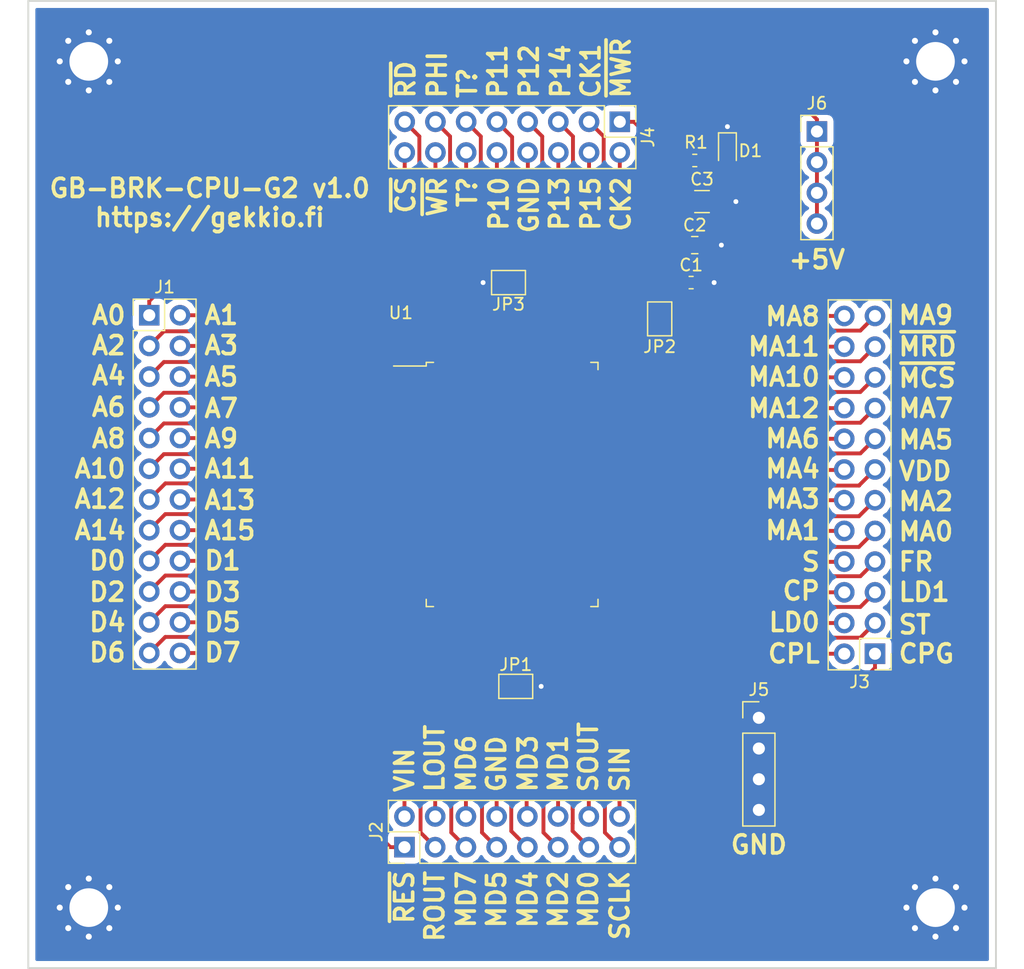
<source format=kicad_pcb>
(kicad_pcb (version 20171130) (host pcbnew 5.0.0-fee4fd1~65~ubuntu18.04.1)

  (general
    (thickness 1.6)
    (drawings 87)
    (tracks 404)
    (zones 0)
    (modules 19)
    (nets 84)
  )

  (page A4)
  (title_block
    (title GB-BRK-CPU-G2)
    (rev v1.0)
    (company https://gekkio.fi)
  )

  (layers
    (0 F.Cu signal)
    (31 B.Cu signal)
    (32 B.Adhes user)
    (33 F.Adhes user)
    (34 B.Paste user)
    (35 F.Paste user)
    (36 B.SilkS user)
    (37 F.SilkS user)
    (38 B.Mask user)
    (39 F.Mask user)
    (40 Dwgs.User user)
    (41 Cmts.User user)
    (42 Eco1.User user)
    (43 Eco2.User user)
    (44 Edge.Cuts user)
    (45 Margin user)
    (46 B.CrtYd user)
    (47 F.CrtYd user)
    (48 B.Fab user)
    (49 F.Fab user)
  )

  (setup
    (last_trace_width 0.32)
    (trace_clearance 0.2)
    (zone_clearance 0.508)
    (zone_45_only no)
    (trace_min 0.2)
    (segment_width 0.2)
    (edge_width 0.15)
    (via_size 0.8)
    (via_drill 0.4)
    (via_min_size 0.4)
    (via_min_drill 0.3)
    (uvia_size 0.3)
    (uvia_drill 0.1)
    (uvias_allowed no)
    (uvia_min_size 0.2)
    (uvia_min_drill 0.1)
    (pcb_text_width 0.3)
    (pcb_text_size 1.5 1.5)
    (mod_edge_width 0.15)
    (mod_text_size 1 1)
    (mod_text_width 0.15)
    (pad_size 1.524 1.524)
    (pad_drill 0.762)
    (pad_to_mask_clearance 0.2)
    (solder_mask_min_width 0.2)
    (aux_axis_origin 0 0)
    (visible_elements FFFFFF7F)
    (pcbplotparams
      (layerselection 0x010fc_ffffffff)
      (usegerberextensions false)
      (usegerberattributes false)
      (usegerberadvancedattributes false)
      (creategerberjobfile false)
      (excludeedgelayer false)
      (linewidth 0.100000)
      (plotframeref false)
      (viasonmask false)
      (mode 1)
      (useauxorigin false)
      (hpglpennumber 1)
      (hpglpenspeed 20)
      (hpglpendiameter 15.000000)
      (psnegative false)
      (psa4output false)
      (plotreference true)
      (plotvalue true)
      (plotinvisibletext false)
      (padsonsilk false)
      (subtractmaskfromsilk false)
      (outputformat 1)
      (mirror false)
      (drillshape 0)
      (scaleselection 1)
      (outputdirectory "gerber/"))
  )

  (net 0 "")
  (net 1 GND)
  (net 2 /Pin_32)
  (net 3 /Pin_58)
  (net 4 +5V)
  (net 5 /Pin_72)
  (net 6 "Net-(D1-Pad2)")
  (net 7 /Pin_65)
  (net 8 /Pin_1)
  (net 9 /Pin_25)
  (net 10 /Pin_41)
  (net 11 /Pin_2)
  (net 12 /Pin_3)
  (net 13 /Pin_4)
  (net 14 /Pin_5)
  (net 15 /Pin_6)
  (net 16 /Pin_7)
  (net 17 /Pin_8)
  (net 18 /Pin_9)
  (net 19 /Pin_10)
  (net 20 /Pin_11)
  (net 21 /Pin_12)
  (net 22 /Pin_13)
  (net 23 /Pin_14)
  (net 24 /Pin_15)
  (net 25 /Pin_16)
  (net 26 /Pin_17)
  (net 27 /Pin_18)
  (net 28 /Pin_19)
  (net 29 /Pin_20)
  (net 30 /Pin_21)
  (net 31 /Pin_22)
  (net 32 /Pin_23)
  (net 33 /Pin_24)
  (net 34 /Pin_26)
  (net 35 /Pin_27)
  (net 36 /Pin_28)
  (net 37 /Pin_29)
  (net 38 /Pin_30)
  (net 39 /Pin_31)
  (net 40 /Pin_33)
  (net 41 /Pin_34)
  (net 42 /Pin_35)
  (net 43 /Pin_36)
  (net 44 /Pin_37)
  (net 45 /Pin_38)
  (net 46 /Pin_39)
  (net 47 /Pin_40)
  (net 48 /Pin_42)
  (net 49 /Pin_43)
  (net 50 /Pin_44)
  (net 51 /Pin_45)
  (net 52 /Pin_46)
  (net 53 /Pin_47)
  (net 54 /Pin_48)
  (net 55 /Pin_49)
  (net 56 /Pin_50)
  (net 57 /Pin_51)
  (net 58 /Pin_52)
  (net 59 /Pin_53)
  (net 60 /Pin_54)
  (net 61 /Pin_55)
  (net 62 /Pin_56)
  (net 63 /Pin_57)
  (net 64 /Pin_60)
  (net 65 /Pin_61)
  (net 66 /Pin_62)
  (net 67 /Pin_63)
  (net 68 /Pin_64)
  (net 69 /Pin_66)
  (net 70 /Pin_67)
  (net 71 /Pin_68)
  (net 72 /Pin_69)
  (net 73 /Pin_71)
  (net 74 /Pin_73)
  (net 75 /Pin_74)
  (net 76 /Pin_75)
  (net 77 /Pin_76)
  (net 78 /Pin_77)
  (net 79 /Pin_78)
  (net 80 /Pin_79)
  (net 81 /Pin_80)
  (net 82 /Pin_59)
  (net 83 /Pin_70)

  (net_class Default "This is the default net class."
    (clearance 0.2)
    (trace_width 0.32)
    (via_dia 0.8)
    (via_drill 0.4)
    (uvia_dia 0.3)
    (uvia_drill 0.1)
    (add_net +5V)
    (add_net /Pin_1)
    (add_net /Pin_10)
    (add_net /Pin_11)
    (add_net /Pin_12)
    (add_net /Pin_13)
    (add_net /Pin_14)
    (add_net /Pin_15)
    (add_net /Pin_16)
    (add_net /Pin_17)
    (add_net /Pin_18)
    (add_net /Pin_19)
    (add_net /Pin_2)
    (add_net /Pin_20)
    (add_net /Pin_21)
    (add_net /Pin_22)
    (add_net /Pin_23)
    (add_net /Pin_24)
    (add_net /Pin_25)
    (add_net /Pin_26)
    (add_net /Pin_27)
    (add_net /Pin_28)
    (add_net /Pin_29)
    (add_net /Pin_3)
    (add_net /Pin_30)
    (add_net /Pin_31)
    (add_net /Pin_32)
    (add_net /Pin_33)
    (add_net /Pin_34)
    (add_net /Pin_35)
    (add_net /Pin_36)
    (add_net /Pin_37)
    (add_net /Pin_38)
    (add_net /Pin_39)
    (add_net /Pin_4)
    (add_net /Pin_40)
    (add_net /Pin_41)
    (add_net /Pin_42)
    (add_net /Pin_43)
    (add_net /Pin_44)
    (add_net /Pin_45)
    (add_net /Pin_46)
    (add_net /Pin_47)
    (add_net /Pin_48)
    (add_net /Pin_49)
    (add_net /Pin_5)
    (add_net /Pin_50)
    (add_net /Pin_51)
    (add_net /Pin_52)
    (add_net /Pin_53)
    (add_net /Pin_54)
    (add_net /Pin_55)
    (add_net /Pin_56)
    (add_net /Pin_57)
    (add_net /Pin_58)
    (add_net /Pin_59)
    (add_net /Pin_6)
    (add_net /Pin_60)
    (add_net /Pin_61)
    (add_net /Pin_62)
    (add_net /Pin_63)
    (add_net /Pin_64)
    (add_net /Pin_65)
    (add_net /Pin_66)
    (add_net /Pin_67)
    (add_net /Pin_68)
    (add_net /Pin_69)
    (add_net /Pin_7)
    (add_net /Pin_70)
    (add_net /Pin_71)
    (add_net /Pin_72)
    (add_net /Pin_73)
    (add_net /Pin_74)
    (add_net /Pin_75)
    (add_net /Pin_76)
    (add_net /Pin_77)
    (add_net /Pin_78)
    (add_net /Pin_79)
    (add_net /Pin_8)
    (add_net /Pin_80)
    (add_net /Pin_9)
    (add_net GND)
    (add_net "Net-(D1-Pad2)")
  )

  (module Gekkio_Package_QFP:Sharp_QFP-80_14x20mm_P0.8mm (layer F.Cu) (tedit 5B3CB8D3) (tstamp 5B3CA6DA)
    (at 100 100)
    (path /5AFB4817)
    (attr smd)
    (fp_text reference U1 (at -9.2 -14.2) (layer F.SilkS)
      (effects (font (size 1 1) (thickness 0.15)))
    )
    (fp_text value GameBoy_CPU_DMG-SGB (at 0 14.1) (layer F.Fab)
      (effects (font (size 1 1) (thickness 0.15)))
    )
    (fp_line (start -10.2 13.4) (end -10.2 -13.4) (layer F.CrtYd) (width 0.05))
    (fp_line (start 10.2 13.4) (end -10.2 13.4) (layer F.CrtYd) (width 0.05))
    (fp_line (start 10.2 -13.4) (end 10.2 13.4) (layer F.CrtYd) (width 0.05))
    (fp_line (start -10.2 -13.4) (end 10.2 -13.4) (layer F.CrtYd) (width 0.05))
    (fp_line (start -7.1 -9.8) (end -9.8 -9.8) (layer F.SilkS) (width 0.12))
    (fp_line (start -7.1 -10.1) (end -7.1 -9.8) (layer F.SilkS) (width 0.12))
    (fp_line (start -6.5 -10.1) (end -7.1 -10.1) (layer F.SilkS) (width 0.12))
    (fp_line (start -6.3 -10) (end -7 -9.3) (layer F.Fab) (width 0.15))
    (fp_line (start -7.1 10.1) (end -6.5 10.1) (layer F.SilkS) (width 0.12))
    (fp_line (start -7.1 9.5) (end -7.1 10.1) (layer F.SilkS) (width 0.12))
    (fp_line (start 7.1 10.1) (end 6.5 10.1) (layer F.SilkS) (width 0.12))
    (fp_line (start 7.1 9.5) (end 7.1 10.1) (layer F.SilkS) (width 0.12))
    (fp_line (start 7.1 -10.1) (end 7.1 -9.5) (layer F.SilkS) (width 0.12))
    (fp_line (start 6.5 -10.1) (end 7.1 -10.1) (layer F.SilkS) (width 0.12))
    (fp_line (start 7 -10) (end -6.3 -10) (layer F.Fab) (width 0.15))
    (fp_line (start 7 10) (end 7 -10) (layer F.Fab) (width 0.15))
    (fp_line (start -7 10) (end 7 10) (layer F.Fab) (width 0.15))
    (fp_line (start -7 -9.3) (end -7 10) (layer F.Fab) (width 0.15))
    (fp_text user %R (at 0 0) (layer F.Fab)
      (effects (font (size 1 1) (thickness 0.15)))
    )
    (pad 80 smd rect (at -6 -11.65 270) (size 2.5 0.5) (layers F.Cu F.Paste F.Mask)
      (net 81 /Pin_80))
    (pad 79 smd rect (at -5.2 -11.65 270) (size 2.5 0.5) (layers F.Cu F.Paste F.Mask)
      (net 80 /Pin_79))
    (pad 78 smd rect (at -4.4 -11.65 270) (size 2.5 0.5) (layers F.Cu F.Paste F.Mask)
      (net 79 /Pin_78))
    (pad 77 smd rect (at -3.6 -11.65 270) (size 2.5 0.5) (layers F.Cu F.Paste F.Mask)
      (net 78 /Pin_77))
    (pad 76 smd rect (at -2.8 -11.65 270) (size 2.5 0.5) (layers F.Cu F.Paste F.Mask)
      (net 77 /Pin_76))
    (pad 75 smd rect (at -2 -11.65 270) (size 2.5 0.5) (layers F.Cu F.Paste F.Mask)
      (net 76 /Pin_75))
    (pad 74 smd rect (at -1.2 -11.65 270) (size 2.5 0.5) (layers F.Cu F.Paste F.Mask)
      (net 75 /Pin_74))
    (pad 73 smd rect (at -0.4 -11.65 270) (size 2.5 0.5) (layers F.Cu F.Paste F.Mask)
      (net 74 /Pin_73))
    (pad 72 smd rect (at 0.4 -11.65 270) (size 2.5 0.5) (layers F.Cu F.Paste F.Mask)
      (net 5 /Pin_72))
    (pad 71 smd rect (at 1.2 -11.65 270) (size 2.5 0.5) (layers F.Cu F.Paste F.Mask)
      (net 73 /Pin_71))
    (pad 70 smd rect (at 2 -11.65 270) (size 2.5 0.5) (layers F.Cu F.Paste F.Mask)
      (net 83 /Pin_70))
    (pad 69 smd rect (at 2.8 -11.65 270) (size 2.5 0.5) (layers F.Cu F.Paste F.Mask)
      (net 72 /Pin_69))
    (pad 68 smd rect (at 3.6 -11.65 270) (size 2.5 0.5) (layers F.Cu F.Paste F.Mask)
      (net 71 /Pin_68))
    (pad 67 smd rect (at 4.4 -11.65 270) (size 2.5 0.5) (layers F.Cu F.Paste F.Mask)
      (net 70 /Pin_67))
    (pad 66 smd rect (at 5.2 -11.65 270) (size 2.5 0.5) (layers F.Cu F.Paste F.Mask)
      (net 69 /Pin_66))
    (pad 64 smd rect (at 8.6 -9.2 180) (size 2.5 0.5) (layers F.Cu F.Paste F.Mask)
      (net 68 /Pin_64))
    (pad 63 smd rect (at 8.6 -8.4 180) (size 2.5 0.5) (layers F.Cu F.Paste F.Mask)
      (net 67 /Pin_63))
    (pad 62 smd rect (at 8.6 -7.6 180) (size 2.5 0.5) (layers F.Cu F.Paste F.Mask)
      (net 66 /Pin_62))
    (pad 61 smd rect (at 8.6 -6.8 180) (size 2.5 0.5) (layers F.Cu F.Paste F.Mask)
      (net 65 /Pin_61))
    (pad 60 smd rect (at 8.6 -6 180) (size 2.5 0.5) (layers F.Cu F.Paste F.Mask)
      (net 64 /Pin_60))
    (pad 59 smd rect (at 8.6 -5.2 180) (size 2.5 0.5) (layers F.Cu F.Paste F.Mask)
      (net 82 /Pin_59))
    (pad 58 smd rect (at 8.6 -4.4 180) (size 2.5 0.5) (layers F.Cu F.Paste F.Mask)
      (net 3 /Pin_58))
    (pad 57 smd rect (at 8.6 -3.6 180) (size 2.5 0.5) (layers F.Cu F.Paste F.Mask)
      (net 63 /Pin_57))
    (pad 56 smd rect (at 8.6 -2.8 180) (size 2.5 0.5) (layers F.Cu F.Paste F.Mask)
      (net 62 /Pin_56))
    (pad 55 smd rect (at 8.6 -2 180) (size 2.5 0.5) (layers F.Cu F.Paste F.Mask)
      (net 61 /Pin_55))
    (pad 54 smd rect (at 8.6 -1.2 180) (size 2.5 0.5) (layers F.Cu F.Paste F.Mask)
      (net 60 /Pin_54))
    (pad 53 smd rect (at 8.6 -0.4 180) (size 2.5 0.5) (layers F.Cu F.Paste F.Mask)
      (net 59 /Pin_53))
    (pad 52 smd rect (at 8.6 0.4 180) (size 2.5 0.5) (layers F.Cu F.Paste F.Mask)
      (net 58 /Pin_52))
    (pad 51 smd rect (at 8.6 1.2 180) (size 2.5 0.5) (layers F.Cu F.Paste F.Mask)
      (net 57 /Pin_51))
    (pad 50 smd rect (at 8.6 2 180) (size 2.5 0.5) (layers F.Cu F.Paste F.Mask)
      (net 56 /Pin_50))
    (pad 49 smd rect (at 8.6 2.8 180) (size 2.5 0.5) (layers F.Cu F.Paste F.Mask)
      (net 55 /Pin_49))
    (pad 48 smd rect (at 8.6 3.6 180) (size 2.5 0.5) (layers F.Cu F.Paste F.Mask)
      (net 54 /Pin_48))
    (pad 47 smd rect (at 8.6 4.4 180) (size 2.5 0.5) (layers F.Cu F.Paste F.Mask)
      (net 53 /Pin_47))
    (pad 46 smd rect (at 8.6 5.2 180) (size 2.5 0.5) (layers F.Cu F.Paste F.Mask)
      (net 52 /Pin_46))
    (pad 45 smd rect (at 8.6 6 180) (size 2.5 0.5) (layers F.Cu F.Paste F.Mask)
      (net 51 /Pin_45))
    (pad 44 smd rect (at 8.6 6.8 180) (size 2.5 0.5) (layers F.Cu F.Paste F.Mask)
      (net 50 /Pin_44))
    (pad 43 smd rect (at 8.6 7.6 180) (size 2.5 0.5) (layers F.Cu F.Paste F.Mask)
      (net 49 /Pin_43))
    (pad 42 smd rect (at 8.6 8.4 180) (size 2.5 0.5) (layers F.Cu F.Paste F.Mask)
      (net 48 /Pin_42))
    (pad 40 smd rect (at 6 11.65 90) (size 2.5 0.5) (layers F.Cu F.Paste F.Mask)
      (net 47 /Pin_40))
    (pad 39 smd rect (at 5.2 11.65 90) (size 2.5 0.5) (layers F.Cu F.Paste F.Mask)
      (net 46 /Pin_39))
    (pad 38 smd rect (at 4.4 11.65 90) (size 2.5 0.5) (layers F.Cu F.Paste F.Mask)
      (net 45 /Pin_38))
    (pad 37 smd rect (at 3.6 11.65 90) (size 2.5 0.5) (layers F.Cu F.Paste F.Mask)
      (net 44 /Pin_37))
    (pad 36 smd rect (at 2.8 11.65 90) (size 2.5 0.5) (layers F.Cu F.Paste F.Mask)
      (net 43 /Pin_36))
    (pad 35 smd rect (at 2 11.65 90) (size 2.5 0.5) (layers F.Cu F.Paste F.Mask)
      (net 42 /Pin_35))
    (pad 34 smd rect (at 1.2 11.65 90) (size 2.5 0.5) (layers F.Cu F.Paste F.Mask)
      (net 41 /Pin_34))
    (pad 33 smd rect (at 0.4 11.65 90) (size 2.5 0.5) (layers F.Cu F.Paste F.Mask)
      (net 40 /Pin_33))
    (pad 32 smd rect (at -0.4 11.65 90) (size 2.5 0.5) (layers F.Cu F.Paste F.Mask)
      (net 2 /Pin_32))
    (pad 31 smd rect (at -1.2 11.65 90) (size 2.5 0.5) (layers F.Cu F.Paste F.Mask)
      (net 39 /Pin_31))
    (pad 30 smd rect (at -2 11.65 90) (size 2.5 0.5) (layers F.Cu F.Paste F.Mask)
      (net 38 /Pin_30))
    (pad 29 smd rect (at -2.8 11.65 90) (size 2.5 0.5) (layers F.Cu F.Paste F.Mask)
      (net 37 /Pin_29))
    (pad 28 smd rect (at -3.6 11.65 90) (size 2.5 0.5) (layers F.Cu F.Paste F.Mask)
      (net 36 /Pin_28))
    (pad 27 smd rect (at -4.4 11.65 90) (size 2.5 0.5) (layers F.Cu F.Paste F.Mask)
      (net 35 /Pin_27))
    (pad 26 smd rect (at -5.2 11.65 90) (size 2.5 0.5) (layers F.Cu F.Paste F.Mask)
      (net 34 /Pin_26))
    (pad 24 smd rect (at -8.6 9.2) (size 2.5 0.5) (layers F.Cu F.Paste F.Mask)
      (net 33 /Pin_24))
    (pad 23 smd rect (at -8.6 8.4) (size 2.5 0.5) (layers F.Cu F.Paste F.Mask)
      (net 32 /Pin_23))
    (pad 22 smd rect (at -8.6 7.6) (size 2.5 0.5) (layers F.Cu F.Paste F.Mask)
      (net 31 /Pin_22))
    (pad 21 smd rect (at -8.6 6.8) (size 2.5 0.5) (layers F.Cu F.Paste F.Mask)
      (net 30 /Pin_21))
    (pad 20 smd rect (at -8.6 6) (size 2.5 0.5) (layers F.Cu F.Paste F.Mask)
      (net 29 /Pin_20))
    (pad 19 smd rect (at -8.6 5.2) (size 2.5 0.5) (layers F.Cu F.Paste F.Mask)
      (net 28 /Pin_19))
    (pad 18 smd rect (at -8.6 4.4) (size 2.5 0.5) (layers F.Cu F.Paste F.Mask)
      (net 27 /Pin_18))
    (pad 17 smd rect (at -8.6 3.6) (size 2.5 0.5) (layers F.Cu F.Paste F.Mask)
      (net 26 /Pin_17))
    (pad 16 smd rect (at -8.6 2.8) (size 2.5 0.5) (layers F.Cu F.Paste F.Mask)
      (net 25 /Pin_16))
    (pad 15 smd rect (at -8.6 2) (size 2.5 0.5) (layers F.Cu F.Paste F.Mask)
      (net 24 /Pin_15))
    (pad 14 smd rect (at -8.6 1.2) (size 2.5 0.5) (layers F.Cu F.Paste F.Mask)
      (net 23 /Pin_14))
    (pad 13 smd rect (at -8.6 0.4) (size 2.5 0.5) (layers F.Cu F.Paste F.Mask)
      (net 22 /Pin_13))
    (pad 12 smd rect (at -8.6 -0.4) (size 2.5 0.5) (layers F.Cu F.Paste F.Mask)
      (net 21 /Pin_12))
    (pad 11 smd rect (at -8.6 -1.2) (size 2.5 0.5) (layers F.Cu F.Paste F.Mask)
      (net 20 /Pin_11))
    (pad 10 smd rect (at -8.6 -2) (size 2.5 0.5) (layers F.Cu F.Paste F.Mask)
      (net 19 /Pin_10))
    (pad 9 smd rect (at -8.6 -2.8) (size 2.5 0.5) (layers F.Cu F.Paste F.Mask)
      (net 18 /Pin_9))
    (pad 8 smd rect (at -8.6 -3.6) (size 2.5 0.5) (layers F.Cu F.Paste F.Mask)
      (net 17 /Pin_8))
    (pad 7 smd rect (at -8.6 -4.4) (size 2.5 0.5) (layers F.Cu F.Paste F.Mask)
      (net 16 /Pin_7))
    (pad 6 smd rect (at -8.6 -5.2) (size 2.5 0.5) (layers F.Cu F.Paste F.Mask)
      (net 15 /Pin_6))
    (pad 5 smd rect (at -8.6 -6) (size 2.5 0.5) (layers F.Cu F.Paste F.Mask)
      (net 14 /Pin_5))
    (pad 4 smd rect (at -8.6 -6.8) (size 2.5 0.5) (layers F.Cu F.Paste F.Mask)
      (net 13 /Pin_4))
    (pad 3 smd rect (at -8.6 -7.6) (size 2.5 0.5) (layers F.Cu F.Paste F.Mask)
      (net 12 /Pin_3))
    (pad 2 smd rect (at -8.6 -8.4) (size 2.5 0.5) (layers F.Cu F.Paste F.Mask)
      (net 11 /Pin_2))
    (pad 41 smd rect (at 8.6 9.2 180) (size 2.5 0.5) (layers F.Cu F.Paste F.Mask)
      (net 10 /Pin_41))
    (pad 25 smd rect (at -6 11.65 90) (size 2.5 0.5) (layers F.Cu F.Paste F.Mask)
      (net 9 /Pin_25))
    (pad 1 smd rect (at -8.6 -9.2) (size 2.5 0.5) (layers F.Cu F.Paste F.Mask)
      (net 8 /Pin_1))
    (pad 65 smd rect (at 6 -11.65 270) (size 2.5 0.5) (layers F.Cu F.Paste F.Mask)
      (net 7 /Pin_65))
    (model ${KISYS3DMOD}/Gekkio_Package_QFP.3dshapes/Sharp_QFP-80_14x20mm_P0.8mm.wrl
      (at (xyz 0 0 0))
      (scale (xyz 1 1 1))
      (rotate (xyz 0 0 0))
    )
  )

  (module MountingHole:MountingHole_3.2mm_M3_Pad_Via (layer F.Cu) (tedit 56DDBCCA) (tstamp 5AFD0FA6)
    (at 65 135)
    (descr "Mounting Hole 3.2mm, M3")
    (tags "mounting hole 3.2mm m3")
    (path /5AFD3497)
    (attr virtual)
    (fp_text reference MK2 (at 0 -4.2) (layer F.SilkS) hide
      (effects (font (size 1 1) (thickness 0.15)))
    )
    (fp_text value Mounting_Hole_PAD (at 0 4.2) (layer F.Fab)
      (effects (font (size 1 1) (thickness 0.15)))
    )
    (fp_circle (center 0 0) (end 3.45 0) (layer F.CrtYd) (width 0.05))
    (fp_circle (center 0 0) (end 3.2 0) (layer Cmts.User) (width 0.15))
    (fp_text user %R (at 0.3 0) (layer F.Fab)
      (effects (font (size 1 1) (thickness 0.15)))
    )
    (pad 1 thru_hole circle (at 1.697056 -1.697056) (size 0.8 0.8) (drill 0.5) (layers *.Cu *.Mask)
      (net 1 GND))
    (pad 1 thru_hole circle (at 0 -2.4) (size 0.8 0.8) (drill 0.5) (layers *.Cu *.Mask)
      (net 1 GND))
    (pad 1 thru_hole circle (at -1.697056 -1.697056) (size 0.8 0.8) (drill 0.5) (layers *.Cu *.Mask)
      (net 1 GND))
    (pad 1 thru_hole circle (at -2.4 0) (size 0.8 0.8) (drill 0.5) (layers *.Cu *.Mask)
      (net 1 GND))
    (pad 1 thru_hole circle (at -1.697056 1.697056) (size 0.8 0.8) (drill 0.5) (layers *.Cu *.Mask)
      (net 1 GND))
    (pad 1 thru_hole circle (at 0 2.4) (size 0.8 0.8) (drill 0.5) (layers *.Cu *.Mask)
      (net 1 GND))
    (pad 1 thru_hole circle (at 1.697056 1.697056) (size 0.8 0.8) (drill 0.5) (layers *.Cu *.Mask)
      (net 1 GND))
    (pad 1 thru_hole circle (at 2.4 0) (size 0.8 0.8) (drill 0.5) (layers *.Cu *.Mask)
      (net 1 GND))
    (pad 1 thru_hole circle (at 0 0) (size 6.4 6.4) (drill 3.2) (layers *.Cu *.Mask)
      (net 1 GND))
  )

  (module MountingHole:MountingHole_3.2mm_M3_Pad_Via (layer F.Cu) (tedit 56DDBCCA) (tstamp 5AFD2F07)
    (at 65 65)
    (descr "Mounting Hole 3.2mm, M3")
    (tags "mounting hole 3.2mm m3")
    (path /5AFD33F1)
    (attr virtual)
    (fp_text reference MK1 (at 0 -4.2) (layer F.SilkS) hide
      (effects (font (size 1 1) (thickness 0.15)))
    )
    (fp_text value Mounting_Hole_PAD (at 0 4.2) (layer F.Fab)
      (effects (font (size 1 1) (thickness 0.15)))
    )
    (fp_circle (center 0 0) (end 3.45 0) (layer F.CrtYd) (width 0.05))
    (fp_circle (center 0 0) (end 3.2 0) (layer Cmts.User) (width 0.15))
    (fp_text user %R (at 0.3 0) (layer F.Fab)
      (effects (font (size 1 1) (thickness 0.15)))
    )
    (pad 1 thru_hole circle (at 1.697056 -1.697056) (size 0.8 0.8) (drill 0.5) (layers *.Cu *.Mask)
      (net 1 GND))
    (pad 1 thru_hole circle (at 0 -2.4) (size 0.8 0.8) (drill 0.5) (layers *.Cu *.Mask)
      (net 1 GND))
    (pad 1 thru_hole circle (at -1.697056 -1.697056) (size 0.8 0.8) (drill 0.5) (layers *.Cu *.Mask)
      (net 1 GND))
    (pad 1 thru_hole circle (at -2.4 0) (size 0.8 0.8) (drill 0.5) (layers *.Cu *.Mask)
      (net 1 GND))
    (pad 1 thru_hole circle (at -1.697056 1.697056) (size 0.8 0.8) (drill 0.5) (layers *.Cu *.Mask)
      (net 1 GND))
    (pad 1 thru_hole circle (at 0 2.4) (size 0.8 0.8) (drill 0.5) (layers *.Cu *.Mask)
      (net 1 GND))
    (pad 1 thru_hole circle (at 1.697056 1.697056) (size 0.8 0.8) (drill 0.5) (layers *.Cu *.Mask)
      (net 1 GND))
    (pad 1 thru_hole circle (at 2.4 0) (size 0.8 0.8) (drill 0.5) (layers *.Cu *.Mask)
      (net 1 GND))
    (pad 1 thru_hole circle (at 0 0) (size 6.4 6.4) (drill 3.2) (layers *.Cu *.Mask)
      (net 1 GND))
  )

  (module MountingHole:MountingHole_3.2mm_M3_Pad_Via (layer F.Cu) (tedit 56DDBCCA) (tstamp 5AFD0F88)
    (at 135 65)
    (descr "Mounting Hole 3.2mm, M3")
    (tags "mounting hole 3.2mm m3")
    (path /5AFD3565)
    (attr virtual)
    (fp_text reference MK3 (at 0 -4.2) (layer F.SilkS) hide
      (effects (font (size 1 1) (thickness 0.15)))
    )
    (fp_text value Mounting_Hole_PAD (at 0 4.2) (layer F.Fab)
      (effects (font (size 1 1) (thickness 0.15)))
    )
    (fp_circle (center 0 0) (end 3.45 0) (layer F.CrtYd) (width 0.05))
    (fp_circle (center 0 0) (end 3.2 0) (layer Cmts.User) (width 0.15))
    (fp_text user %R (at 0.3 0) (layer F.Fab)
      (effects (font (size 1 1) (thickness 0.15)))
    )
    (pad 1 thru_hole circle (at 1.697056 -1.697056) (size 0.8 0.8) (drill 0.5) (layers *.Cu *.Mask)
      (net 1 GND))
    (pad 1 thru_hole circle (at 0 -2.4) (size 0.8 0.8) (drill 0.5) (layers *.Cu *.Mask)
      (net 1 GND))
    (pad 1 thru_hole circle (at -1.697056 -1.697056) (size 0.8 0.8) (drill 0.5) (layers *.Cu *.Mask)
      (net 1 GND))
    (pad 1 thru_hole circle (at -2.4 0) (size 0.8 0.8) (drill 0.5) (layers *.Cu *.Mask)
      (net 1 GND))
    (pad 1 thru_hole circle (at -1.697056 1.697056) (size 0.8 0.8) (drill 0.5) (layers *.Cu *.Mask)
      (net 1 GND))
    (pad 1 thru_hole circle (at 0 2.4) (size 0.8 0.8) (drill 0.5) (layers *.Cu *.Mask)
      (net 1 GND))
    (pad 1 thru_hole circle (at 1.697056 1.697056) (size 0.8 0.8) (drill 0.5) (layers *.Cu *.Mask)
      (net 1 GND))
    (pad 1 thru_hole circle (at 2.4 0) (size 0.8 0.8) (drill 0.5) (layers *.Cu *.Mask)
      (net 1 GND))
    (pad 1 thru_hole circle (at 0 0) (size 6.4 6.4) (drill 3.2) (layers *.Cu *.Mask)
      (net 1 GND))
  )

  (module MountingHole:MountingHole_3.2mm_M3_Pad_Via (layer F.Cu) (tedit 56DDBCCA) (tstamp 5AFD0F79)
    (at 135 135)
    (descr "Mounting Hole 3.2mm, M3")
    (tags "mounting hole 3.2mm m3")
    (path /5AFD35D5)
    (attr virtual)
    (fp_text reference MK4 (at 0 -4.2) (layer F.SilkS) hide
      (effects (font (size 1 1) (thickness 0.15)))
    )
    (fp_text value Mounting_Hole_PAD (at 0 4.2) (layer F.Fab)
      (effects (font (size 1 1) (thickness 0.15)))
    )
    (fp_circle (center 0 0) (end 3.45 0) (layer F.CrtYd) (width 0.05))
    (fp_circle (center 0 0) (end 3.2 0) (layer Cmts.User) (width 0.15))
    (fp_text user %R (at 0.3 0) (layer F.Fab)
      (effects (font (size 1 1) (thickness 0.15)))
    )
    (pad 1 thru_hole circle (at 1.697056 -1.697056) (size 0.8 0.8) (drill 0.5) (layers *.Cu *.Mask)
      (net 1 GND))
    (pad 1 thru_hole circle (at 0 -2.4) (size 0.8 0.8) (drill 0.5) (layers *.Cu *.Mask)
      (net 1 GND))
    (pad 1 thru_hole circle (at -1.697056 -1.697056) (size 0.8 0.8) (drill 0.5) (layers *.Cu *.Mask)
      (net 1 GND))
    (pad 1 thru_hole circle (at -2.4 0) (size 0.8 0.8) (drill 0.5) (layers *.Cu *.Mask)
      (net 1 GND))
    (pad 1 thru_hole circle (at -1.697056 1.697056) (size 0.8 0.8) (drill 0.5) (layers *.Cu *.Mask)
      (net 1 GND))
    (pad 1 thru_hole circle (at 0 2.4) (size 0.8 0.8) (drill 0.5) (layers *.Cu *.Mask)
      (net 1 GND))
    (pad 1 thru_hole circle (at 1.697056 1.697056) (size 0.8 0.8) (drill 0.5) (layers *.Cu *.Mask)
      (net 1 GND))
    (pad 1 thru_hole circle (at 2.4 0) (size 0.8 0.8) (drill 0.5) (layers *.Cu *.Mask)
      (net 1 GND))
    (pad 1 thru_hole circle (at 0 0) (size 6.4 6.4) (drill 3.2) (layers *.Cu *.Mask)
      (net 1 GND))
  )

  (module Capacitor_SMD:C_0603_1608Metric (layer F.Cu) (tedit 5B301BBE) (tstamp 5AFC2A29)
    (at 114.8 83.3)
    (descr "Capacitor SMD 0603 (1608 Metric), square (rectangular) end terminal, IPC_7351 nominal, (Body size source: http://www.tortai-tech.com/upload/download/2011102023233369053.pdf), generated with kicad-footprint-generator")
    (tags capacitor)
    (path /5AFD0C12)
    (attr smd)
    (fp_text reference C1 (at 0 -1.45) (layer F.SilkS)
      (effects (font (size 1 1) (thickness 0.15)))
    )
    (fp_text value 0.1uF (at 4.6 0.1) (layer F.Fab)
      (effects (font (size 1 1) (thickness 0.15)))
    )
    (fp_text user %R (at 0 0) (layer F.Fab)
      (effects (font (size 0.4 0.4) (thickness 0.06)))
    )
    (fp_line (start 1.48 0.73) (end -1.48 0.73) (layer F.CrtYd) (width 0.05))
    (fp_line (start 1.48 -0.73) (end 1.48 0.73) (layer F.CrtYd) (width 0.05))
    (fp_line (start -1.48 -0.73) (end 1.48 -0.73) (layer F.CrtYd) (width 0.05))
    (fp_line (start -1.48 0.73) (end -1.48 -0.73) (layer F.CrtYd) (width 0.05))
    (fp_line (start -0.162779 0.51) (end 0.162779 0.51) (layer F.SilkS) (width 0.12))
    (fp_line (start -0.162779 -0.51) (end 0.162779 -0.51) (layer F.SilkS) (width 0.12))
    (fp_line (start 0.8 0.4) (end -0.8 0.4) (layer F.Fab) (width 0.1))
    (fp_line (start 0.8 -0.4) (end 0.8 0.4) (layer F.Fab) (width 0.1))
    (fp_line (start -0.8 -0.4) (end 0.8 -0.4) (layer F.Fab) (width 0.1))
    (fp_line (start -0.8 0.4) (end -0.8 -0.4) (layer F.Fab) (width 0.1))
    (pad 2 smd roundrect (at 0.7875 0) (size 0.875 0.95) (layers F.Cu F.Paste F.Mask) (roundrect_rratio 0.25)
      (net 1 GND))
    (pad 1 smd roundrect (at -0.7875 0) (size 0.875 0.95) (layers F.Cu F.Paste F.Mask) (roundrect_rratio 0.25)
      (net 4 +5V))
    (model ${KISYS3DMOD}/Capacitor_SMD.3dshapes/C_0603_1608Metric.wrl
      (at (xyz 0 0 0))
      (scale (xyz 1 1 1))
      (rotate (xyz 0 0 0))
    )
  )

  (module Capacitor_SMD:C_0805_2012Metric (layer F.Cu) (tedit 5B36C52B) (tstamp 5AFC2A1A)
    (at 115.1 80.2)
    (descr "Capacitor SMD 0805 (2012 Metric), square (rectangular) end terminal, IPC_7351 nominal, (Body size source: https://docs.google.com/spreadsheets/d/1BsfQQcO9C6DZCsRaXUlFlo91Tg2WpOkGARC1WS5S8t0/edit?usp=sharing), generated with kicad-footprint-generator")
    (tags capacitor)
    (path /5AFD0FAD)
    (attr smd)
    (fp_text reference C2 (at 0 -1.65) (layer F.SilkS)
      (effects (font (size 1 1) (thickness 0.15)))
    )
    (fp_text value 1uF (at 4 -0.1) (layer F.Fab)
      (effects (font (size 1 1) (thickness 0.15)))
    )
    (fp_text user %R (at 0 0) (layer F.Fab)
      (effects (font (size 0.5 0.5) (thickness 0.08)))
    )
    (fp_line (start 1.68 0.95) (end -1.68 0.95) (layer F.CrtYd) (width 0.05))
    (fp_line (start 1.68 -0.95) (end 1.68 0.95) (layer F.CrtYd) (width 0.05))
    (fp_line (start -1.68 -0.95) (end 1.68 -0.95) (layer F.CrtYd) (width 0.05))
    (fp_line (start -1.68 0.95) (end -1.68 -0.95) (layer F.CrtYd) (width 0.05))
    (fp_line (start -0.258578 0.71) (end 0.258578 0.71) (layer F.SilkS) (width 0.12))
    (fp_line (start -0.258578 -0.71) (end 0.258578 -0.71) (layer F.SilkS) (width 0.12))
    (fp_line (start 1 0.6) (end -1 0.6) (layer F.Fab) (width 0.1))
    (fp_line (start 1 -0.6) (end 1 0.6) (layer F.Fab) (width 0.1))
    (fp_line (start -1 -0.6) (end 1 -0.6) (layer F.Fab) (width 0.1))
    (fp_line (start -1 0.6) (end -1 -0.6) (layer F.Fab) (width 0.1))
    (pad 2 smd roundrect (at 0.9375 0) (size 0.975 1.4) (layers F.Cu F.Paste F.Mask) (roundrect_rratio 0.25)
      (net 1 GND))
    (pad 1 smd roundrect (at -0.9375 0) (size 0.975 1.4) (layers F.Cu F.Paste F.Mask) (roundrect_rratio 0.25)
      (net 4 +5V))
    (model ${KISYS3DMOD}/Capacitor_SMD.3dshapes/C_0805_2012Metric.wrl
      (at (xyz 0 0 0))
      (scale (xyz 1 1 1))
      (rotate (xyz 0 0 0))
    )
  )

  (module Capacitor_SMD:C_1206_3216Metric (layer F.Cu) (tedit 5B301BBE) (tstamp 5AFC2A0B)
    (at 115.7 76.6)
    (descr "Capacitor SMD 1206 (3216 Metric), square (rectangular) end terminal, IPC_7351 nominal, (Body size source: http://www.tortai-tech.com/upload/download/2011102023233369053.pdf), generated with kicad-footprint-generator")
    (tags capacitor)
    (path /5AFD1C90)
    (attr smd)
    (fp_text reference C3 (at 0 -1.85) (layer F.SilkS)
      (effects (font (size 1 1) (thickness 0.15)))
    )
    (fp_text value 10uF (at 5.2 0) (layer F.Fab)
      (effects (font (size 1 1) (thickness 0.15)))
    )
    (fp_text user %R (at 0 0) (layer F.Fab)
      (effects (font (size 0.8 0.8) (thickness 0.12)))
    )
    (fp_line (start 2.28 1.12) (end -2.28 1.12) (layer F.CrtYd) (width 0.05))
    (fp_line (start 2.28 -1.12) (end 2.28 1.12) (layer F.CrtYd) (width 0.05))
    (fp_line (start -2.28 -1.12) (end 2.28 -1.12) (layer F.CrtYd) (width 0.05))
    (fp_line (start -2.28 1.12) (end -2.28 -1.12) (layer F.CrtYd) (width 0.05))
    (fp_line (start -0.602064 0.91) (end 0.602064 0.91) (layer F.SilkS) (width 0.12))
    (fp_line (start -0.602064 -0.91) (end 0.602064 -0.91) (layer F.SilkS) (width 0.12))
    (fp_line (start 1.6 0.8) (end -1.6 0.8) (layer F.Fab) (width 0.1))
    (fp_line (start 1.6 -0.8) (end 1.6 0.8) (layer F.Fab) (width 0.1))
    (fp_line (start -1.6 -0.8) (end 1.6 -0.8) (layer F.Fab) (width 0.1))
    (fp_line (start -1.6 0.8) (end -1.6 -0.8) (layer F.Fab) (width 0.1))
    (pad 2 smd roundrect (at 1.4 0) (size 1.25 1.75) (layers F.Cu F.Paste F.Mask) (roundrect_rratio 0.2)
      (net 1 GND))
    (pad 1 smd roundrect (at -1.4 0) (size 1.25 1.75) (layers F.Cu F.Paste F.Mask) (roundrect_rratio 0.2)
      (net 4 +5V))
    (model ${KISYS3DMOD}/Capacitor_SMD.3dshapes/C_1206_3216Metric.wrl
      (at (xyz 0 0 0))
      (scale (xyz 1 1 1))
      (rotate (xyz 0 0 0))
    )
  )

  (module Jumper:SolderJumper-2_P1.3mm_Open_TrianglePad1.0x1.5mm (layer F.Cu) (tedit 5A64794F) (tstamp 5AFC28EB)
    (at 99.7 83.3 180)
    (descr "SMD Solder Jumper, 1x1.5mm Triangular Pads, 0.3mm gap, open")
    (tags "solder jumper open")
    (path /5AFCEE99)
    (attr virtual)
    (fp_text reference JP3 (at 0 -1.8 180) (layer F.SilkS)
      (effects (font (size 1 1) (thickness 0.15)))
    )
    (fp_text value Jumper (at 0 1.9 180) (layer F.Fab)
      (effects (font (size 1 1) (thickness 0.15)))
    )
    (fp_line (start 1.65 1.25) (end -1.65 1.25) (layer F.CrtYd) (width 0.05))
    (fp_line (start 1.65 1.25) (end 1.65 -1.25) (layer F.CrtYd) (width 0.05))
    (fp_line (start -1.65 -1.25) (end -1.65 1.25) (layer F.CrtYd) (width 0.05))
    (fp_line (start -1.65 -1.25) (end 1.65 -1.25) (layer F.CrtYd) (width 0.05))
    (fp_line (start -1.4 -1) (end 1.4 -1) (layer F.SilkS) (width 0.12))
    (fp_line (start 1.4 -1) (end 1.4 1) (layer F.SilkS) (width 0.12))
    (fp_line (start 1.4 1) (end -1.4 1) (layer F.SilkS) (width 0.12))
    (fp_line (start -1.4 1) (end -1.4 -1) (layer F.SilkS) (width 0.12))
    (pad 1 smd custom (at -0.725 0 180) (size 0.3 0.3) (layers F.Cu F.Mask)
      (net 5 /Pin_72) (zone_connect 0)
      (options (clearance outline) (anchor rect))
      (primitives
        (gr_poly (pts
           (xy -0.5 -0.75) (xy 0.5 -0.75) (xy 1 0) (xy 0.5 0.75) (xy -0.5 0.75)
) (width 0))
      ))
    (pad 2 smd custom (at 0.725 0 180) (size 0.3 0.3) (layers F.Cu F.Mask)
      (net 1 GND) (zone_connect 0)
      (options (clearance outline) (anchor rect))
      (primitives
        (gr_poly (pts
           (xy -0.65 -0.75) (xy 0.5 -0.75) (xy 0.5 0.75) (xy -0.65 0.75) (xy -0.15 0)
) (width 0))
      ))
  )

  (module Jumper:SolderJumper-2_P1.3mm_Open_TrianglePad1.0x1.5mm (layer F.Cu) (tedit 5A64794F) (tstamp 5AFD23C0)
    (at 112.2 86.3 270)
    (descr "SMD Solder Jumper, 1x1.5mm Triangular Pads, 0.3mm gap, open")
    (tags "solder jumper open")
    (path /5AFCF685)
    (attr virtual)
    (fp_text reference JP2 (at 2.3 0) (layer F.SilkS)
      (effects (font (size 1 1) (thickness 0.15)))
    )
    (fp_text value Jumper (at 0 1.9 270) (layer F.Fab)
      (effects (font (size 1 1) (thickness 0.15)))
    )
    (fp_line (start 1.65 1.25) (end -1.65 1.25) (layer F.CrtYd) (width 0.05))
    (fp_line (start 1.65 1.25) (end 1.65 -1.25) (layer F.CrtYd) (width 0.05))
    (fp_line (start -1.65 -1.25) (end -1.65 1.25) (layer F.CrtYd) (width 0.05))
    (fp_line (start -1.65 -1.25) (end 1.65 -1.25) (layer F.CrtYd) (width 0.05))
    (fp_line (start -1.4 -1) (end 1.4 -1) (layer F.SilkS) (width 0.12))
    (fp_line (start 1.4 -1) (end 1.4 1) (layer F.SilkS) (width 0.12))
    (fp_line (start 1.4 1) (end -1.4 1) (layer F.SilkS) (width 0.12))
    (fp_line (start -1.4 1) (end -1.4 -1) (layer F.SilkS) (width 0.12))
    (pad 1 smd custom (at -0.725 0 270) (size 0.3 0.3) (layers F.Cu F.Mask)
      (net 4 +5V) (zone_connect 0)
      (options (clearance outline) (anchor rect))
      (primitives
        (gr_poly (pts
           (xy -0.5 -0.75) (xy 0.5 -0.75) (xy 1 0) (xy 0.5 0.75) (xy -0.5 0.75)
) (width 0))
      ))
    (pad 2 smd custom (at 0.725 0 270) (size 0.3 0.3) (layers F.Cu F.Mask)
      (net 59 /Pin_53) (zone_connect 0)
      (options (clearance outline) (anchor rect))
      (primitives
        (gr_poly (pts
           (xy -0.65 -0.75) (xy 0.5 -0.75) (xy 0.5 0.75) (xy -0.65 0.75) (xy -0.15 0)
) (width 0))
      ))
  )

  (module Jumper:SolderJumper-2_P1.3mm_Open_TrianglePad1.0x1.5mm (layer F.Cu) (tedit 5A64794F) (tstamp 5AFD311D)
    (at 100.3 116.7)
    (descr "SMD Solder Jumper, 1x1.5mm Triangular Pads, 0.3mm gap, open")
    (tags "solder jumper open")
    (path /5AFCED1F)
    (attr virtual)
    (fp_text reference JP1 (at 0 -1.8) (layer F.SilkS)
      (effects (font (size 1 1) (thickness 0.15)))
    )
    (fp_text value Jumper (at 0 1.9) (layer F.Fab)
      (effects (font (size 1 1) (thickness 0.15)))
    )
    (fp_line (start 1.65 1.25) (end -1.65 1.25) (layer F.CrtYd) (width 0.05))
    (fp_line (start 1.65 1.25) (end 1.65 -1.25) (layer F.CrtYd) (width 0.05))
    (fp_line (start -1.65 -1.25) (end -1.65 1.25) (layer F.CrtYd) (width 0.05))
    (fp_line (start -1.65 -1.25) (end 1.65 -1.25) (layer F.CrtYd) (width 0.05))
    (fp_line (start -1.4 -1) (end 1.4 -1) (layer F.SilkS) (width 0.12))
    (fp_line (start 1.4 -1) (end 1.4 1) (layer F.SilkS) (width 0.12))
    (fp_line (start 1.4 1) (end -1.4 1) (layer F.SilkS) (width 0.12))
    (fp_line (start -1.4 1) (end -1.4 -1) (layer F.SilkS) (width 0.12))
    (pad 1 smd custom (at -0.725 0) (size 0.3 0.3) (layers F.Cu F.Mask)
      (net 2 /Pin_32) (zone_connect 0)
      (options (clearance outline) (anchor rect))
      (primitives
        (gr_poly (pts
           (xy -0.5 -0.75) (xy 0.5 -0.75) (xy 1 0) (xy 0.5 0.75) (xy -0.5 0.75)
) (width 0))
      ))
    (pad 2 smd custom (at 0.725 0) (size 0.3 0.3) (layers F.Cu F.Mask)
      (net 1 GND) (zone_connect 0)
      (options (clearance outline) (anchor rect))
      (primitives
        (gr_poly (pts
           (xy -0.65 -0.75) (xy 0.5 -0.75) (xy 0.5 0.75) (xy -0.65 0.75) (xy -0.15 0)
) (width 0))
      ))
  )

  (module LED_SMD:LED_0603_1608Metric (layer F.Cu) (tedit 5B301BBE) (tstamp 5AFC28C1)
    (at 117.8 72.4 270)
    (descr "LED SMD 0603 (1608 Metric), square (rectangular) end terminal, IPC_7351 nominal, (Body size source: http://www.tortai-tech.com/upload/download/2011102023233369053.pdf), generated with kicad-footprint-generator")
    (tags diode)
    (path /5AFD1359)
    (attr smd)
    (fp_text reference D1 (at 0 -1.9) (layer F.SilkS)
      (effects (font (size 1 1) (thickness 0.15)))
    )
    (fp_text value LED (at -1.3 -2.3) (layer F.Fab)
      (effects (font (size 1 1) (thickness 0.15)))
    )
    (fp_text user %R (at 0 0 270) (layer F.Fab)
      (effects (font (size 0.4 0.4) (thickness 0.06)))
    )
    (fp_line (start 1.48 0.73) (end -1.48 0.73) (layer F.CrtYd) (width 0.05))
    (fp_line (start 1.48 -0.73) (end 1.48 0.73) (layer F.CrtYd) (width 0.05))
    (fp_line (start -1.48 -0.73) (end 1.48 -0.73) (layer F.CrtYd) (width 0.05))
    (fp_line (start -1.48 0.73) (end -1.48 -0.73) (layer F.CrtYd) (width 0.05))
    (fp_line (start -1.485 0.735) (end 0.8 0.735) (layer F.SilkS) (width 0.12))
    (fp_line (start -1.485 -0.735) (end -1.485 0.735) (layer F.SilkS) (width 0.12))
    (fp_line (start 0.8 -0.735) (end -1.485 -0.735) (layer F.SilkS) (width 0.12))
    (fp_line (start 0.8 0.4) (end 0.8 -0.4) (layer F.Fab) (width 0.1))
    (fp_line (start -0.8 0.4) (end 0.8 0.4) (layer F.Fab) (width 0.1))
    (fp_line (start -0.8 -0.1) (end -0.8 0.4) (layer F.Fab) (width 0.1))
    (fp_line (start -0.5 -0.4) (end -0.8 -0.1) (layer F.Fab) (width 0.1))
    (fp_line (start 0.8 -0.4) (end -0.5 -0.4) (layer F.Fab) (width 0.1))
    (pad 2 smd roundrect (at 0.7875 0 270) (size 0.875 0.95) (layers F.Cu F.Paste F.Mask) (roundrect_rratio 0.25)
      (net 6 "Net-(D1-Pad2)"))
    (pad 1 smd roundrect (at -0.7875 0 270) (size 0.875 0.95) (layers F.Cu F.Paste F.Mask) (roundrect_rratio 0.25)
      (net 1 GND))
    (model ${KISYS3DMOD}/LED_SMD.3dshapes/LED_0603_1608Metric.wrl
      (at (xyz 0 0 0))
      (scale (xyz 1 1 1))
      (rotate (xyz 0 0 0))
    )
  )

  (module Resistor_SMD:R_0603_1608Metric (layer F.Cu) (tedit 5B301BBD) (tstamp 5AFC2881)
    (at 115.1 73.2 180)
    (descr "Resistor SMD 0603 (1608 Metric), square (rectangular) end terminal, IPC_7351 nominal, (Body size source: http://www.tortai-tech.com/upload/download/2011102023233369053.pdf), generated with kicad-footprint-generator")
    (tags resistor)
    (path /5AFD1450)
    (attr smd)
    (fp_text reference R1 (at -0.1 1.5 180) (layer F.SilkS)
      (effects (font (size 1 1) (thickness 0.15)))
    )
    (fp_text value 3.3k (at 0.1 3 180) (layer F.Fab)
      (effects (font (size 1 1) (thickness 0.15)))
    )
    (fp_text user %R (at 0 0 180) (layer F.Fab)
      (effects (font (size 0.4 0.4) (thickness 0.06)))
    )
    (fp_line (start 1.48 0.73) (end -1.48 0.73) (layer F.CrtYd) (width 0.05))
    (fp_line (start 1.48 -0.73) (end 1.48 0.73) (layer F.CrtYd) (width 0.05))
    (fp_line (start -1.48 -0.73) (end 1.48 -0.73) (layer F.CrtYd) (width 0.05))
    (fp_line (start -1.48 0.73) (end -1.48 -0.73) (layer F.CrtYd) (width 0.05))
    (fp_line (start -0.162779 0.51) (end 0.162779 0.51) (layer F.SilkS) (width 0.12))
    (fp_line (start -0.162779 -0.51) (end 0.162779 -0.51) (layer F.SilkS) (width 0.12))
    (fp_line (start 0.8 0.4) (end -0.8 0.4) (layer F.Fab) (width 0.1))
    (fp_line (start 0.8 -0.4) (end 0.8 0.4) (layer F.Fab) (width 0.1))
    (fp_line (start -0.8 -0.4) (end 0.8 -0.4) (layer F.Fab) (width 0.1))
    (fp_line (start -0.8 0.4) (end -0.8 -0.4) (layer F.Fab) (width 0.1))
    (pad 2 smd roundrect (at 0.7875 0 180) (size 0.875 0.95) (layers F.Cu F.Paste F.Mask) (roundrect_rratio 0.25)
      (net 4 +5V))
    (pad 1 smd roundrect (at -0.7875 0 180) (size 0.875 0.95) (layers F.Cu F.Paste F.Mask) (roundrect_rratio 0.25)
      (net 6 "Net-(D1-Pad2)"))
    (model ${KISYS3DMOD}/Resistor_SMD.3dshapes/R_0603_1608Metric.wrl
      (at (xyz 0 0 0))
      (scale (xyz 1 1 1))
      (rotate (xyz 0 0 0))
    )
  )

  (module Connector_PinHeader_2.54mm:PinHeader_1x04_P2.54mm_Vertical (layer F.Cu) (tedit 59FED5CC) (tstamp 5AFC4202)
    (at 120.4 119.3)
    (descr "Through hole straight pin header, 1x04, 2.54mm pitch, single row")
    (tags "Through hole pin header THT 1x04 2.54mm single row")
    (path /5AFB6181)
    (fp_text reference J5 (at 0 -2.33) (layer F.SilkS)
      (effects (font (size 1 1) (thickness 0.15)))
    )
    (fp_text value Conn_01x04 (at 0 12.4) (layer F.Fab)
      (effects (font (size 1 1) (thickness 0.15)))
    )
    (fp_text user %R (at 0 3.81 90) (layer F.Fab)
      (effects (font (size 1 1) (thickness 0.15)))
    )
    (fp_line (start 1.8 -1.8) (end -1.8 -1.8) (layer F.CrtYd) (width 0.05))
    (fp_line (start 1.8 9.4) (end 1.8 -1.8) (layer F.CrtYd) (width 0.05))
    (fp_line (start -1.8 9.4) (end 1.8 9.4) (layer F.CrtYd) (width 0.05))
    (fp_line (start -1.8 -1.8) (end -1.8 9.4) (layer F.CrtYd) (width 0.05))
    (fp_line (start -1.33 -1.33) (end 0 -1.33) (layer F.SilkS) (width 0.12))
    (fp_line (start -1.33 0) (end -1.33 -1.33) (layer F.SilkS) (width 0.12))
    (fp_line (start -1.33 1.27) (end 1.33 1.27) (layer F.SilkS) (width 0.12))
    (fp_line (start 1.33 1.27) (end 1.33 8.95) (layer F.SilkS) (width 0.12))
    (fp_line (start -1.33 1.27) (end -1.33 8.95) (layer F.SilkS) (width 0.12))
    (fp_line (start -1.33 8.95) (end 1.33 8.95) (layer F.SilkS) (width 0.12))
    (fp_line (start -1.27 -0.635) (end -0.635 -1.27) (layer F.Fab) (width 0.1))
    (fp_line (start -1.27 8.89) (end -1.27 -0.635) (layer F.Fab) (width 0.1))
    (fp_line (start 1.27 8.89) (end -1.27 8.89) (layer F.Fab) (width 0.1))
    (fp_line (start 1.27 -1.27) (end 1.27 8.89) (layer F.Fab) (width 0.1))
    (fp_line (start -0.635 -1.27) (end 1.27 -1.27) (layer F.Fab) (width 0.1))
    (pad 4 thru_hole oval (at 0 7.62) (size 1.7 1.7) (drill 1) (layers *.Cu *.Mask)
      (net 1 GND))
    (pad 3 thru_hole oval (at 0 5.08) (size 1.7 1.7) (drill 1) (layers *.Cu *.Mask)
      (net 1 GND))
    (pad 2 thru_hole oval (at 0 2.54) (size 1.7 1.7) (drill 1) (layers *.Cu *.Mask)
      (net 1 GND))
    (pad 1 thru_hole rect (at 0 0) (size 1.7 1.7) (drill 1) (layers *.Cu *.Mask)
      (net 1 GND))
    (model ${KISYS3DMOD}/Connector_PinHeader_2.54mm.3dshapes/PinHeader_1x04_P2.54mm_Vertical.wrl
      (at (xyz 0 0 0))
      (scale (xyz 1 1 1))
      (rotate (xyz 0 0 0))
    )
  )

  (module Connector_PinHeader_2.54mm:PinHeader_2x12_P2.54mm_Vertical (layer F.Cu) (tedit 59FED5CC) (tstamp 5AFC4A9E)
    (at 70 86)
    (descr "Through hole straight pin header, 2x12, 2.54mm pitch, double rows")
    (tags "Through hole pin header THT 2x12 2.54mm double row")
    (path /5AFB7358)
    (fp_text reference J1 (at 1.27 -2.33) (layer F.SilkS)
      (effects (font (size 1 1) (thickness 0.15)))
    )
    (fp_text value Conn_02x12_Top_Bottom (at 1.27 30.27) (layer F.Fab)
      (effects (font (size 1 1) (thickness 0.15)))
    )
    (fp_text user %R (at 1.27 13.97 90) (layer F.Fab)
      (effects (font (size 1 1) (thickness 0.15)))
    )
    (fp_line (start 4.35 -1.8) (end -1.8 -1.8) (layer F.CrtYd) (width 0.05))
    (fp_line (start 4.35 29.75) (end 4.35 -1.8) (layer F.CrtYd) (width 0.05))
    (fp_line (start -1.8 29.75) (end 4.35 29.75) (layer F.CrtYd) (width 0.05))
    (fp_line (start -1.8 -1.8) (end -1.8 29.75) (layer F.CrtYd) (width 0.05))
    (fp_line (start -1.33 -1.33) (end 0 -1.33) (layer F.SilkS) (width 0.12))
    (fp_line (start -1.33 0) (end -1.33 -1.33) (layer F.SilkS) (width 0.12))
    (fp_line (start 1.27 -1.33) (end 3.87 -1.33) (layer F.SilkS) (width 0.12))
    (fp_line (start 1.27 1.27) (end 1.27 -1.33) (layer F.SilkS) (width 0.12))
    (fp_line (start -1.33 1.27) (end 1.27 1.27) (layer F.SilkS) (width 0.12))
    (fp_line (start 3.87 -1.33) (end 3.87 29.27) (layer F.SilkS) (width 0.12))
    (fp_line (start -1.33 1.27) (end -1.33 29.27) (layer F.SilkS) (width 0.12))
    (fp_line (start -1.33 29.27) (end 3.87 29.27) (layer F.SilkS) (width 0.12))
    (fp_line (start -1.27 0) (end 0 -1.27) (layer F.Fab) (width 0.1))
    (fp_line (start -1.27 29.21) (end -1.27 0) (layer F.Fab) (width 0.1))
    (fp_line (start 3.81 29.21) (end -1.27 29.21) (layer F.Fab) (width 0.1))
    (fp_line (start 3.81 -1.27) (end 3.81 29.21) (layer F.Fab) (width 0.1))
    (fp_line (start 0 -1.27) (end 3.81 -1.27) (layer F.Fab) (width 0.1))
    (pad 24 thru_hole oval (at 2.54 27.94) (size 1.7 1.7) (drill 1) (layers *.Cu *.Mask)
      (net 33 /Pin_24))
    (pad 23 thru_hole oval (at 0 27.94) (size 1.7 1.7) (drill 1) (layers *.Cu *.Mask)
      (net 32 /Pin_23))
    (pad 22 thru_hole oval (at 2.54 25.4) (size 1.7 1.7) (drill 1) (layers *.Cu *.Mask)
      (net 31 /Pin_22))
    (pad 21 thru_hole oval (at 0 25.4) (size 1.7 1.7) (drill 1) (layers *.Cu *.Mask)
      (net 30 /Pin_21))
    (pad 20 thru_hole oval (at 2.54 22.86) (size 1.7 1.7) (drill 1) (layers *.Cu *.Mask)
      (net 29 /Pin_20))
    (pad 19 thru_hole oval (at 0 22.86) (size 1.7 1.7) (drill 1) (layers *.Cu *.Mask)
      (net 28 /Pin_19))
    (pad 18 thru_hole oval (at 2.54 20.32) (size 1.7 1.7) (drill 1) (layers *.Cu *.Mask)
      (net 27 /Pin_18))
    (pad 17 thru_hole oval (at 0 20.32) (size 1.7 1.7) (drill 1) (layers *.Cu *.Mask)
      (net 26 /Pin_17))
    (pad 16 thru_hole oval (at 2.54 17.78) (size 1.7 1.7) (drill 1) (layers *.Cu *.Mask)
      (net 25 /Pin_16))
    (pad 15 thru_hole oval (at 0 17.78) (size 1.7 1.7) (drill 1) (layers *.Cu *.Mask)
      (net 24 /Pin_15))
    (pad 14 thru_hole oval (at 2.54 15.24) (size 1.7 1.7) (drill 1) (layers *.Cu *.Mask)
      (net 23 /Pin_14))
    (pad 13 thru_hole oval (at 0 15.24) (size 1.7 1.7) (drill 1) (layers *.Cu *.Mask)
      (net 22 /Pin_13))
    (pad 12 thru_hole oval (at 2.54 12.7) (size 1.7 1.7) (drill 1) (layers *.Cu *.Mask)
      (net 21 /Pin_12))
    (pad 11 thru_hole oval (at 0 12.7) (size 1.7 1.7) (drill 1) (layers *.Cu *.Mask)
      (net 20 /Pin_11))
    (pad 10 thru_hole oval (at 2.54 10.16) (size 1.7 1.7) (drill 1) (layers *.Cu *.Mask)
      (net 19 /Pin_10))
    (pad 9 thru_hole oval (at 0 10.16) (size 1.7 1.7) (drill 1) (layers *.Cu *.Mask)
      (net 18 /Pin_9))
    (pad 8 thru_hole oval (at 2.54 7.62) (size 1.7 1.7) (drill 1) (layers *.Cu *.Mask)
      (net 17 /Pin_8))
    (pad 7 thru_hole oval (at 0 7.62) (size 1.7 1.7) (drill 1) (layers *.Cu *.Mask)
      (net 16 /Pin_7))
    (pad 6 thru_hole oval (at 2.54 5.08) (size 1.7 1.7) (drill 1) (layers *.Cu *.Mask)
      (net 15 /Pin_6))
    (pad 5 thru_hole oval (at 0 5.08) (size 1.7 1.7) (drill 1) (layers *.Cu *.Mask)
      (net 14 /Pin_5))
    (pad 4 thru_hole oval (at 2.54 2.54) (size 1.7 1.7) (drill 1) (layers *.Cu *.Mask)
      (net 13 /Pin_4))
    (pad 3 thru_hole oval (at 0 2.54) (size 1.7 1.7) (drill 1) (layers *.Cu *.Mask)
      (net 12 /Pin_3))
    (pad 2 thru_hole oval (at 2.54 0) (size 1.7 1.7) (drill 1) (layers *.Cu *.Mask)
      (net 11 /Pin_2))
    (pad 1 thru_hole rect (at 0 0) (size 1.7 1.7) (drill 1) (layers *.Cu *.Mask)
      (net 8 /Pin_1))
    (model ${KISYS3DMOD}/Connector_PinHeader_2.54mm.3dshapes/PinHeader_2x12_P2.54mm_Vertical.wrl
      (at (xyz 0 0 0))
      (scale (xyz 1 1 1))
      (rotate (xyz 0 0 0))
    )
  )

  (module Connector_PinHeader_2.54mm:PinHeader_2x08_P2.54mm_Vertical (layer F.Cu) (tedit 59FED5CC) (tstamp 5AFC4ACB)
    (at 91.1 130 90)
    (descr "Through hole straight pin header, 2x08, 2.54mm pitch, double rows")
    (tags "Through hole pin header THT 2x08 2.54mm double row")
    (path /5AFB8193)
    (fp_text reference J2 (at 1.27 -2.33 90) (layer F.SilkS)
      (effects (font (size 1 1) (thickness 0.15)))
    )
    (fp_text value Conn_02x08_Top_Bottom (at 1.27 20.11 90) (layer F.Fab)
      (effects (font (size 1 1) (thickness 0.15)))
    )
    (fp_text user %R (at 1.27 8.89 180) (layer F.Fab)
      (effects (font (size 1 1) (thickness 0.15)))
    )
    (fp_line (start 4.35 -1.8) (end -1.8 -1.8) (layer F.CrtYd) (width 0.05))
    (fp_line (start 4.35 19.55) (end 4.35 -1.8) (layer F.CrtYd) (width 0.05))
    (fp_line (start -1.8 19.55) (end 4.35 19.55) (layer F.CrtYd) (width 0.05))
    (fp_line (start -1.8 -1.8) (end -1.8 19.55) (layer F.CrtYd) (width 0.05))
    (fp_line (start -1.33 -1.33) (end 0 -1.33) (layer F.SilkS) (width 0.12))
    (fp_line (start -1.33 0) (end -1.33 -1.33) (layer F.SilkS) (width 0.12))
    (fp_line (start 1.27 -1.33) (end 3.87 -1.33) (layer F.SilkS) (width 0.12))
    (fp_line (start 1.27 1.27) (end 1.27 -1.33) (layer F.SilkS) (width 0.12))
    (fp_line (start -1.33 1.27) (end 1.27 1.27) (layer F.SilkS) (width 0.12))
    (fp_line (start 3.87 -1.33) (end 3.87 19.11) (layer F.SilkS) (width 0.12))
    (fp_line (start -1.33 1.27) (end -1.33 19.11) (layer F.SilkS) (width 0.12))
    (fp_line (start -1.33 19.11) (end 3.87 19.11) (layer F.SilkS) (width 0.12))
    (fp_line (start -1.27 0) (end 0 -1.27) (layer F.Fab) (width 0.1))
    (fp_line (start -1.27 19.05) (end -1.27 0) (layer F.Fab) (width 0.1))
    (fp_line (start 3.81 19.05) (end -1.27 19.05) (layer F.Fab) (width 0.1))
    (fp_line (start 3.81 -1.27) (end 3.81 19.05) (layer F.Fab) (width 0.1))
    (fp_line (start 0 -1.27) (end 3.81 -1.27) (layer F.Fab) (width 0.1))
    (pad 16 thru_hole oval (at 2.54 17.78 90) (size 1.7 1.7) (drill 1) (layers *.Cu *.Mask)
      (net 47 /Pin_40))
    (pad 15 thru_hole oval (at 0 17.78 90) (size 1.7 1.7) (drill 1) (layers *.Cu *.Mask)
      (net 46 /Pin_39))
    (pad 14 thru_hole oval (at 2.54 15.24 90) (size 1.7 1.7) (drill 1) (layers *.Cu *.Mask)
      (net 45 /Pin_38))
    (pad 13 thru_hole oval (at 0 15.24 90) (size 1.7 1.7) (drill 1) (layers *.Cu *.Mask)
      (net 44 /Pin_37))
    (pad 12 thru_hole oval (at 2.54 12.7 90) (size 1.7 1.7) (drill 1) (layers *.Cu *.Mask)
      (net 43 /Pin_36))
    (pad 11 thru_hole oval (at 0 12.7 90) (size 1.7 1.7) (drill 1) (layers *.Cu *.Mask)
      (net 42 /Pin_35))
    (pad 10 thru_hole oval (at 2.54 10.16 90) (size 1.7 1.7) (drill 1) (layers *.Cu *.Mask)
      (net 41 /Pin_34))
    (pad 9 thru_hole oval (at 0 10.16 90) (size 1.7 1.7) (drill 1) (layers *.Cu *.Mask)
      (net 40 /Pin_33))
    (pad 8 thru_hole oval (at 2.54 7.62 90) (size 1.7 1.7) (drill 1) (layers *.Cu *.Mask)
      (net 2 /Pin_32))
    (pad 7 thru_hole oval (at 0 7.62 90) (size 1.7 1.7) (drill 1) (layers *.Cu *.Mask)
      (net 39 /Pin_31))
    (pad 6 thru_hole oval (at 2.54 5.08 90) (size 1.7 1.7) (drill 1) (layers *.Cu *.Mask)
      (net 38 /Pin_30))
    (pad 5 thru_hole oval (at 0 5.08 90) (size 1.7 1.7) (drill 1) (layers *.Cu *.Mask)
      (net 37 /Pin_29))
    (pad 4 thru_hole oval (at 2.54 2.54 90) (size 1.7 1.7) (drill 1) (layers *.Cu *.Mask)
      (net 36 /Pin_28))
    (pad 3 thru_hole oval (at 0 2.54 90) (size 1.7 1.7) (drill 1) (layers *.Cu *.Mask)
      (net 35 /Pin_27))
    (pad 2 thru_hole oval (at 2.54 0 90) (size 1.7 1.7) (drill 1) (layers *.Cu *.Mask)
      (net 34 /Pin_26))
    (pad 1 thru_hole rect (at 0 0 90) (size 1.7 1.7) (drill 1) (layers *.Cu *.Mask)
      (net 9 /Pin_25))
    (model ${KISYS3DMOD}/Connector_PinHeader_2.54mm.3dshapes/PinHeader_2x08_P2.54mm_Vertical.wrl
      (at (xyz 0 0 0))
      (scale (xyz 1 1 1))
      (rotate (xyz 0 0 0))
    )
  )

  (module Connector_PinHeader_2.54mm:PinHeader_2x12_P2.54mm_Vertical (layer F.Cu) (tedit 59FED5CC) (tstamp 5AFBD364)
    (at 130 114 180)
    (descr "Through hole straight pin header, 2x12, 2.54mm pitch, double rows")
    (tags "Through hole pin header THT 2x12 2.54mm double row")
    (path /5AFB7ACD)
    (fp_text reference J3 (at 1.27 -2.33 180) (layer F.SilkS)
      (effects (font (size 1 1) (thickness 0.15)))
    )
    (fp_text value Conn_02x12_Top_Bottom (at 1.27 30.27 180) (layer F.Fab)
      (effects (font (size 1 1) (thickness 0.15)))
    )
    (fp_text user %R (at 1.27 13.97 270) (layer F.Fab)
      (effects (font (size 1 1) (thickness 0.15)))
    )
    (fp_line (start 4.35 -1.8) (end -1.8 -1.8) (layer F.CrtYd) (width 0.05))
    (fp_line (start 4.35 29.75) (end 4.35 -1.8) (layer F.CrtYd) (width 0.05))
    (fp_line (start -1.8 29.75) (end 4.35 29.75) (layer F.CrtYd) (width 0.05))
    (fp_line (start -1.8 -1.8) (end -1.8 29.75) (layer F.CrtYd) (width 0.05))
    (fp_line (start -1.33 -1.33) (end 0 -1.33) (layer F.SilkS) (width 0.12))
    (fp_line (start -1.33 0) (end -1.33 -1.33) (layer F.SilkS) (width 0.12))
    (fp_line (start 1.27 -1.33) (end 3.87 -1.33) (layer F.SilkS) (width 0.12))
    (fp_line (start 1.27 1.27) (end 1.27 -1.33) (layer F.SilkS) (width 0.12))
    (fp_line (start -1.33 1.27) (end 1.27 1.27) (layer F.SilkS) (width 0.12))
    (fp_line (start 3.87 -1.33) (end 3.87 29.27) (layer F.SilkS) (width 0.12))
    (fp_line (start -1.33 1.27) (end -1.33 29.27) (layer F.SilkS) (width 0.12))
    (fp_line (start -1.33 29.27) (end 3.87 29.27) (layer F.SilkS) (width 0.12))
    (fp_line (start -1.27 0) (end 0 -1.27) (layer F.Fab) (width 0.1))
    (fp_line (start -1.27 29.21) (end -1.27 0) (layer F.Fab) (width 0.1))
    (fp_line (start 3.81 29.21) (end -1.27 29.21) (layer F.Fab) (width 0.1))
    (fp_line (start 3.81 -1.27) (end 3.81 29.21) (layer F.Fab) (width 0.1))
    (fp_line (start 0 -1.27) (end 3.81 -1.27) (layer F.Fab) (width 0.1))
    (pad 24 thru_hole oval (at 2.54 27.94 180) (size 1.7 1.7) (drill 1) (layers *.Cu *.Mask)
      (net 68 /Pin_64))
    (pad 23 thru_hole oval (at 0 27.94 180) (size 1.7 1.7) (drill 1) (layers *.Cu *.Mask)
      (net 67 /Pin_63))
    (pad 22 thru_hole oval (at 2.54 25.4 180) (size 1.7 1.7) (drill 1) (layers *.Cu *.Mask)
      (net 66 /Pin_62))
    (pad 21 thru_hole oval (at 0 25.4 180) (size 1.7 1.7) (drill 1) (layers *.Cu *.Mask)
      (net 65 /Pin_61))
    (pad 20 thru_hole oval (at 2.54 22.86 180) (size 1.7 1.7) (drill 1) (layers *.Cu *.Mask)
      (net 64 /Pin_60))
    (pad 19 thru_hole oval (at 0 22.86 180) (size 1.7 1.7) (drill 1) (layers *.Cu *.Mask)
      (net 82 /Pin_59))
    (pad 18 thru_hole oval (at 2.54 20.32 180) (size 1.7 1.7) (drill 1) (layers *.Cu *.Mask)
      (net 3 /Pin_58))
    (pad 17 thru_hole oval (at 0 20.32 180) (size 1.7 1.7) (drill 1) (layers *.Cu *.Mask)
      (net 63 /Pin_57))
    (pad 16 thru_hole oval (at 2.54 17.78 180) (size 1.7 1.7) (drill 1) (layers *.Cu *.Mask)
      (net 62 /Pin_56))
    (pad 15 thru_hole oval (at 0 17.78 180) (size 1.7 1.7) (drill 1) (layers *.Cu *.Mask)
      (net 61 /Pin_55))
    (pad 14 thru_hole oval (at 2.54 15.24 180) (size 1.7 1.7) (drill 1) (layers *.Cu *.Mask)
      (net 60 /Pin_54))
    (pad 13 thru_hole oval (at 0 15.24 180) (size 1.7 1.7) (drill 1) (layers *.Cu *.Mask)
      (net 59 /Pin_53))
    (pad 12 thru_hole oval (at 2.54 12.7 180) (size 1.7 1.7) (drill 1) (layers *.Cu *.Mask)
      (net 58 /Pin_52))
    (pad 11 thru_hole oval (at 0 12.7 180) (size 1.7 1.7) (drill 1) (layers *.Cu *.Mask)
      (net 57 /Pin_51))
    (pad 10 thru_hole oval (at 2.54 10.16 180) (size 1.7 1.7) (drill 1) (layers *.Cu *.Mask)
      (net 56 /Pin_50))
    (pad 9 thru_hole oval (at 0 10.16 180) (size 1.7 1.7) (drill 1) (layers *.Cu *.Mask)
      (net 55 /Pin_49))
    (pad 8 thru_hole oval (at 2.54 7.62 180) (size 1.7 1.7) (drill 1) (layers *.Cu *.Mask)
      (net 54 /Pin_48))
    (pad 7 thru_hole oval (at 0 7.62 180) (size 1.7 1.7) (drill 1) (layers *.Cu *.Mask)
      (net 53 /Pin_47))
    (pad 6 thru_hole oval (at 2.54 5.08 180) (size 1.7 1.7) (drill 1) (layers *.Cu *.Mask)
      (net 52 /Pin_46))
    (pad 5 thru_hole oval (at 0 5.08 180) (size 1.7 1.7) (drill 1) (layers *.Cu *.Mask)
      (net 51 /Pin_45))
    (pad 4 thru_hole oval (at 2.54 2.54 180) (size 1.7 1.7) (drill 1) (layers *.Cu *.Mask)
      (net 50 /Pin_44))
    (pad 3 thru_hole oval (at 0 2.54 180) (size 1.7 1.7) (drill 1) (layers *.Cu *.Mask)
      (net 49 /Pin_43))
    (pad 2 thru_hole oval (at 2.54 0 180) (size 1.7 1.7) (drill 1) (layers *.Cu *.Mask)
      (net 48 /Pin_42))
    (pad 1 thru_hole rect (at 0 0 180) (size 1.7 1.7) (drill 1) (layers *.Cu *.Mask)
      (net 10 /Pin_41))
    (model ${KISYS3DMOD}/Connector_PinHeader_2.54mm.3dshapes/PinHeader_2x12_P2.54mm_Vertical.wrl
      (at (xyz 0 0 0))
      (scale (xyz 1 1 1))
      (rotate (xyz 0 0 0))
    )
  )

  (module Connector_PinHeader_2.54mm:PinHeader_2x08_P2.54mm_Vertical (layer F.Cu) (tedit 59FED5CC) (tstamp 5AFC4B1D)
    (at 108.9 70 270)
    (descr "Through hole straight pin header, 2x08, 2.54mm pitch, double rows")
    (tags "Through hole pin header THT 2x08 2.54mm double row")
    (path /5AFB835F)
    (fp_text reference J4 (at 1.27 -2.33 270) (layer F.SilkS)
      (effects (font (size 1 1) (thickness 0.15)))
    )
    (fp_text value Conn_02x08_Top_Bottom (at 1.27 20.11 270) (layer F.Fab)
      (effects (font (size 1 1) (thickness 0.15)))
    )
    (fp_text user %R (at 1.27 8.89) (layer F.Fab)
      (effects (font (size 1 1) (thickness 0.15)))
    )
    (fp_line (start 4.35 -1.8) (end -1.8 -1.8) (layer F.CrtYd) (width 0.05))
    (fp_line (start 4.35 19.55) (end 4.35 -1.8) (layer F.CrtYd) (width 0.05))
    (fp_line (start -1.8 19.55) (end 4.35 19.55) (layer F.CrtYd) (width 0.05))
    (fp_line (start -1.8 -1.8) (end -1.8 19.55) (layer F.CrtYd) (width 0.05))
    (fp_line (start -1.33 -1.33) (end 0 -1.33) (layer F.SilkS) (width 0.12))
    (fp_line (start -1.33 0) (end -1.33 -1.33) (layer F.SilkS) (width 0.12))
    (fp_line (start 1.27 -1.33) (end 3.87 -1.33) (layer F.SilkS) (width 0.12))
    (fp_line (start 1.27 1.27) (end 1.27 -1.33) (layer F.SilkS) (width 0.12))
    (fp_line (start -1.33 1.27) (end 1.27 1.27) (layer F.SilkS) (width 0.12))
    (fp_line (start 3.87 -1.33) (end 3.87 19.11) (layer F.SilkS) (width 0.12))
    (fp_line (start -1.33 1.27) (end -1.33 19.11) (layer F.SilkS) (width 0.12))
    (fp_line (start -1.33 19.11) (end 3.87 19.11) (layer F.SilkS) (width 0.12))
    (fp_line (start -1.27 0) (end 0 -1.27) (layer F.Fab) (width 0.1))
    (fp_line (start -1.27 19.05) (end -1.27 0) (layer F.Fab) (width 0.1))
    (fp_line (start 3.81 19.05) (end -1.27 19.05) (layer F.Fab) (width 0.1))
    (fp_line (start 3.81 -1.27) (end 3.81 19.05) (layer F.Fab) (width 0.1))
    (fp_line (start 0 -1.27) (end 3.81 -1.27) (layer F.Fab) (width 0.1))
    (pad 16 thru_hole oval (at 2.54 17.78 270) (size 1.7 1.7) (drill 1) (layers *.Cu *.Mask)
      (net 81 /Pin_80))
    (pad 15 thru_hole oval (at 0 17.78 270) (size 1.7 1.7) (drill 1) (layers *.Cu *.Mask)
      (net 80 /Pin_79))
    (pad 14 thru_hole oval (at 2.54 15.24 270) (size 1.7 1.7) (drill 1) (layers *.Cu *.Mask)
      (net 79 /Pin_78))
    (pad 13 thru_hole oval (at 0 15.24 270) (size 1.7 1.7) (drill 1) (layers *.Cu *.Mask)
      (net 78 /Pin_77))
    (pad 12 thru_hole oval (at 2.54 12.7 270) (size 1.7 1.7) (drill 1) (layers *.Cu *.Mask)
      (net 77 /Pin_76))
    (pad 11 thru_hole oval (at 0 12.7 270) (size 1.7 1.7) (drill 1) (layers *.Cu *.Mask)
      (net 76 /Pin_75))
    (pad 10 thru_hole oval (at 2.54 10.16 270) (size 1.7 1.7) (drill 1) (layers *.Cu *.Mask)
      (net 75 /Pin_74))
    (pad 9 thru_hole oval (at 0 10.16 270) (size 1.7 1.7) (drill 1) (layers *.Cu *.Mask)
      (net 74 /Pin_73))
    (pad 8 thru_hole oval (at 2.54 7.62 270) (size 1.7 1.7) (drill 1) (layers *.Cu *.Mask)
      (net 5 /Pin_72))
    (pad 7 thru_hole oval (at 0 7.62 270) (size 1.7 1.7) (drill 1) (layers *.Cu *.Mask)
      (net 73 /Pin_71))
    (pad 6 thru_hole oval (at 2.54 5.08 270) (size 1.7 1.7) (drill 1) (layers *.Cu *.Mask)
      (net 83 /Pin_70))
    (pad 5 thru_hole oval (at 0 5.08 270) (size 1.7 1.7) (drill 1) (layers *.Cu *.Mask)
      (net 72 /Pin_69))
    (pad 4 thru_hole oval (at 2.54 2.54 270) (size 1.7 1.7) (drill 1) (layers *.Cu *.Mask)
      (net 71 /Pin_68))
    (pad 3 thru_hole oval (at 0 2.54 270) (size 1.7 1.7) (drill 1) (layers *.Cu *.Mask)
      (net 70 /Pin_67))
    (pad 2 thru_hole oval (at 2.54 0 270) (size 1.7 1.7) (drill 1) (layers *.Cu *.Mask)
      (net 69 /Pin_66))
    (pad 1 thru_hole rect (at 0 0 270) (size 1.7 1.7) (drill 1) (layers *.Cu *.Mask)
      (net 7 /Pin_65))
    (model ${KISYS3DMOD}/Connector_PinHeader_2.54mm.3dshapes/PinHeader_2x08_P2.54mm_Vertical.wrl
      (at (xyz 0 0 0))
      (scale (xyz 1 1 1))
      (rotate (xyz 0 0 0))
    )
  )

  (module Connector_PinHeader_2.54mm:PinHeader_1x04_P2.54mm_Vertical (layer F.Cu) (tedit 59FED5CC) (tstamp 5AFCB607)
    (at 125.2 70.8)
    (descr "Through hole straight pin header, 1x04, 2.54mm pitch, single row")
    (tags "Through hole pin header THT 1x04 2.54mm single row")
    (path /5AFBD762)
    (fp_text reference J6 (at 0 -2.33) (layer F.SilkS)
      (effects (font (size 1 1) (thickness 0.15)))
    )
    (fp_text value Conn_01x04 (at 0.1 -5.1) (layer F.Fab)
      (effects (font (size 1 1) (thickness 0.15)))
    )
    (fp_text user %R (at 0 3.81 90) (layer F.Fab)
      (effects (font (size 1 1) (thickness 0.15)))
    )
    (fp_line (start 1.8 -1.8) (end -1.8 -1.8) (layer F.CrtYd) (width 0.05))
    (fp_line (start 1.8 9.4) (end 1.8 -1.8) (layer F.CrtYd) (width 0.05))
    (fp_line (start -1.8 9.4) (end 1.8 9.4) (layer F.CrtYd) (width 0.05))
    (fp_line (start -1.8 -1.8) (end -1.8 9.4) (layer F.CrtYd) (width 0.05))
    (fp_line (start -1.33 -1.33) (end 0 -1.33) (layer F.SilkS) (width 0.12))
    (fp_line (start -1.33 0) (end -1.33 -1.33) (layer F.SilkS) (width 0.12))
    (fp_line (start -1.33 1.27) (end 1.33 1.27) (layer F.SilkS) (width 0.12))
    (fp_line (start 1.33 1.27) (end 1.33 8.95) (layer F.SilkS) (width 0.12))
    (fp_line (start -1.33 1.27) (end -1.33 8.95) (layer F.SilkS) (width 0.12))
    (fp_line (start -1.33 8.95) (end 1.33 8.95) (layer F.SilkS) (width 0.12))
    (fp_line (start -1.27 -0.635) (end -0.635 -1.27) (layer F.Fab) (width 0.1))
    (fp_line (start -1.27 8.89) (end -1.27 -0.635) (layer F.Fab) (width 0.1))
    (fp_line (start 1.27 8.89) (end -1.27 8.89) (layer F.Fab) (width 0.1))
    (fp_line (start 1.27 -1.27) (end 1.27 8.89) (layer F.Fab) (width 0.1))
    (fp_line (start -0.635 -1.27) (end 1.27 -1.27) (layer F.Fab) (width 0.1))
    (pad 4 thru_hole oval (at 0 7.62) (size 1.7 1.7) (drill 1) (layers *.Cu *.Mask)
      (net 4 +5V))
    (pad 3 thru_hole oval (at 0 5.08) (size 1.7 1.7) (drill 1) (layers *.Cu *.Mask)
      (net 4 +5V))
    (pad 2 thru_hole oval (at 0 2.54) (size 1.7 1.7) (drill 1) (layers *.Cu *.Mask)
      (net 4 +5V))
    (pad 1 thru_hole rect (at 0 0) (size 1.7 1.7) (drill 1) (layers *.Cu *.Mask)
      (net 4 +5V))
    (model ${KISYS3DMOD}/Connector_PinHeader_2.54mm.3dshapes/PinHeader_1x04_P2.54mm_Vertical.wrl
      (at (xyz 0 0 0))
      (scale (xyz 1 1 1))
      (rotate (xyz 0 0 0))
    )
  )

  (gr_text +5V (at 125.2 81.4) (layer F.SilkS) (tstamp 5B5CB83E)
    (effects (font (size 1.5 1.5) (thickness 0.3)))
  )
  (gr_text MA8 (at 125.6 86.1) (layer F.SilkS) (tstamp 5AFBD58F)
    (effects (font (size 1.5 1.5) (thickness 0.3)) (justify right))
  )
  (gr_text MA11 (at 125.6 88.6) (layer F.SilkS) (tstamp 5AFBD58B)
    (effects (font (size 1.5 1.5) (thickness 0.3)) (justify right))
  )
  (gr_text MA9 (at 131.8 86) (layer F.SilkS) (tstamp 5AFBD587)
    (effects (font (size 1.5 1.5) (thickness 0.3)) (justify left))
  )
  (gr_text ~MRD (at 131.8 88.6) (layer F.SilkS) (tstamp 5AFBD583)
    (effects (font (size 1.5 1.5) (thickness 0.3)) (justify left))
  )
  (gr_text D7 (at 74.4 113.9) (layer F.SilkS) (tstamp 5AFC4FD0)
    (effects (font (size 1.5 1.5) (thickness 0.3)) (justify left))
  )
  (gr_text D5 (at 74.4 111.4) (layer F.SilkS) (tstamp 5AFC4FCC)
    (effects (font (size 1.5 1.5) (thickness 0.3)) (justify left))
  )
  (gr_text D6 (at 68.2 113.9) (layer F.SilkS) (tstamp 5AFC4FC8)
    (effects (font (size 1.5 1.5) (thickness 0.3)) (justify right))
  )
  (gr_text D4 (at 68.2 111.4) (layer F.SilkS) (tstamp 5AFC4FC4)
    (effects (font (size 1.5 1.5) (thickness 0.3)) (justify right))
  )
  (gr_text "GB-BRK-CPU-G2 v1.0\nhttps://gekkio.fi" (at 75 76.7) (layer F.SilkS)
    (effects (font (size 1.5 1.5) (thickness 0.3)))
  )
  (gr_text GND (at 120.4 129.8) (layer F.SilkS)
    (effects (font (size 1.5 1.5) (thickness 0.3)))
  )
  (gr_text ~CS (at 91.2 74.4 90) (layer F.SilkS) (tstamp 5AFB6522)
    (effects (font (size 1.5 1.5) (thickness 0.3)) (justify right))
  )
  (gr_text ~WR (at 93.8 74.4 90) (layer F.SilkS) (tstamp 5AFB651E)
    (effects (font (size 1.5 1.5) (thickness 0.3)) (justify right))
  )
  (gr_text T? (at 96.3 74.4 90) (layer F.SilkS) (tstamp 5AFB651A)
    (effects (font (size 1.5 1.5) (thickness 0.3)) (justify right))
  )
  (gr_text P10 (at 98.9 74.4 90) (layer F.SilkS) (tstamp 5AFB6516)
    (effects (font (size 1.5 1.5) (thickness 0.3)) (justify right))
  )
  (gr_text GND (at 101.4 74.4 90) (layer F.SilkS) (tstamp 5AFB6512)
    (effects (font (size 1.5 1.5) (thickness 0.3)) (justify right))
  )
  (gr_text P13 (at 103.9 74.4 90) (layer F.SilkS) (tstamp 5AFB650E)
    (effects (font (size 1.5 1.5) (thickness 0.3)) (justify right))
  )
  (gr_text P15 (at 106.5 74.4 90) (layer F.SilkS) (tstamp 5AFB650A)
    (effects (font (size 1.5 1.5) (thickness 0.3)) (justify right))
  )
  (gr_text CK2 (at 109 74.4 90) (layer F.SilkS) (tstamp 5AFB6506)
    (effects (font (size 1.5 1.5) (thickness 0.3)) (justify right))
  )
  (gr_text ~RD (at 91.2 68.2 90) (layer F.SilkS) (tstamp 5AFB64FA)
    (effects (font (size 1.5 1.5) (thickness 0.3)) (justify left))
  )
  (gr_text PHI (at 93.8 68.2 90) (layer F.SilkS) (tstamp 5AFB64F6)
    (effects (font (size 1.5 1.5) (thickness 0.3)) (justify left))
  )
  (gr_text T? (at 96.3 68.2 90) (layer F.SilkS) (tstamp 5AFB64F2)
    (effects (font (size 1.5 1.5) (thickness 0.3)) (justify left))
  )
  (gr_text P11 (at 98.8 68.2 90) (layer F.SilkS) (tstamp 5AFB64EE)
    (effects (font (size 1.5 1.5) (thickness 0.3)) (justify left))
  )
  (gr_text P12 (at 101.4 68.2 90) (layer F.SilkS) (tstamp 5AFB64EA)
    (effects (font (size 1.5 1.5) (thickness 0.3)) (justify left))
  )
  (gr_text P14 (at 104 68.2 90) (layer F.SilkS) (tstamp 5AFB64E6)
    (effects (font (size 1.5 1.5) (thickness 0.3)) (justify left))
  )
  (gr_text CK1 (at 106.5 68.2 90) (layer F.SilkS) (tstamp 5AFB64E2)
    (effects (font (size 1.5 1.5) (thickness 0.3)) (justify left))
  )
  (gr_text ~MWR (at 109 68.2 90) (layer F.SilkS) (tstamp 5AFC509A)
    (effects (font (size 1.5 1.5) (thickness 0.3)) (justify left))
  )
  (gr_text MA10 (at 125.6 91.1) (layer F.SilkS) (tstamp 5AFBD171)
    (effects (font (size 1.5 1.5) (thickness 0.3)) (justify right))
  )
  (gr_text MA12 (at 125.6 93.7) (layer F.SilkS) (tstamp 5AFBD16E)
    (effects (font (size 1.5 1.5) (thickness 0.3)) (justify right))
  )
  (gr_text MA6 (at 125.6 96.2) (layer F.SilkS) (tstamp 5AFBD16B)
    (effects (font (size 1.5 1.5) (thickness 0.3)) (justify right))
  )
  (gr_text MA4 (at 125.6 98.7) (layer F.SilkS) (tstamp 5AFBD168)
    (effects (font (size 1.5 1.5) (thickness 0.3)) (justify right))
  )
  (gr_text MA3 (at 125.6 101.2) (layer F.SilkS) (tstamp 5AFBD165)
    (effects (font (size 1.5 1.5) (thickness 0.3)) (justify right))
  )
  (gr_text MA1 (at 125.6 103.8) (layer F.SilkS) (tstamp 5AFBD162)
    (effects (font (size 1.5 1.5) (thickness 0.3)) (justify right))
  )
  (gr_text S (at 125.6 106.4) (layer F.SilkS) (tstamp 5AFBD15F)
    (effects (font (size 1.5 1.5) (thickness 0.3)) (justify right))
  )
  (gr_text CP (at 125.6 108.8) (layer F.SilkS) (tstamp 5AFBD15C)
    (effects (font (size 1.5 1.5) (thickness 0.3)) (justify right))
  )
  (gr_text LD0 (at 125.6 111.4) (layer F.SilkS) (tstamp 5AFBD159)
    (effects (font (size 1.5 1.5) (thickness 0.3)) (justify right))
  )
  (gr_text CPL (at 125.6 114) (layer F.SilkS) (tstamp 5AFBD4B8)
    (effects (font (size 1.5 1.5) (thickness 0.3)) (justify right))
  )
  (gr_text ~MCS (at 131.8 91.2) (layer F.SilkS) (tstamp 5AFBD470)
    (effects (font (size 1.5 1.5) (thickness 0.3)) (justify left))
  )
  (gr_text MA7 (at 131.8 93.7) (layer F.SilkS) (tstamp 5AFBD46D)
    (effects (font (size 1.5 1.5) (thickness 0.3)) (justify left))
  )
  (gr_text MA5 (at 131.8 96.3) (layer F.SilkS) (tstamp 5AFBD46A)
    (effects (font (size 1.5 1.5) (thickness 0.3)) (justify left))
  )
  (gr_text VDD (at 131.8 98.9) (layer F.SilkS) (tstamp 5AFBD467)
    (effects (font (size 1.5 1.5) (thickness 0.3)) (justify left))
  )
  (gr_text MA2 (at 131.8 101.4) (layer F.SilkS) (tstamp 5AFBD464)
    (effects (font (size 1.5 1.5) (thickness 0.3)) (justify left))
  )
  (gr_text MA0 (at 131.8 103.9) (layer F.SilkS) (tstamp 5AFBD461)
    (effects (font (size 1.5 1.5) (thickness 0.3)) (justify left))
  )
  (gr_text FR (at 131.8 106.4) (layer F.SilkS) (tstamp 5AFBD45E)
    (effects (font (size 1.5 1.5) (thickness 0.3)) (justify left))
  )
  (gr_text LD1 (at 131.8 108.9) (layer F.SilkS) (tstamp 5AFBD45B)
    (effects (font (size 1.5 1.5) (thickness 0.3)) (justify left))
  )
  (gr_text ST (at 131.8 111.6) (layer F.SilkS) (tstamp 5AFBD458)
    (effects (font (size 1.5 1.5) (thickness 0.3)) (justify left))
  )
  (gr_text CPG (at 131.8 114) (layer F.SilkS) (tstamp 5AFBD486)
    (effects (font (size 1.5 1.5) (thickness 0.3)) (justify left))
  )
  (gr_text SCLK (at 108.9 131.8 90) (layer F.SilkS) (tstamp 5AFB5D63)
    (effects (font (size 1.5 1.5) (thickness 0.3)) (justify right))
  )
  (gr_text MD0 (at 106.3 131.8 90) (layer F.SilkS) (tstamp 5AFB5D5F)
    (effects (font (size 1.5 1.5) (thickness 0.3)) (justify right))
  )
  (gr_text MD2 (at 103.8 131.8 90) (layer F.SilkS) (tstamp 5AFB5D5A)
    (effects (font (size 1.5 1.5) (thickness 0.3)) (justify right))
  )
  (gr_text SIN (at 108.9 125.6 90) (layer F.SilkS) (tstamp 5AFB5D56)
    (effects (font (size 1.5 1.5) (thickness 0.3)) (justify left))
  )
  (gr_text SOUT (at 106.3 125.6 90) (layer F.SilkS) (tstamp 5AFB5D50)
    (effects (font (size 1.5 1.5) (thickness 0.3)) (justify left))
  )
  (gr_text MD1 (at 103.8 125.6 90) (layer F.SilkS) (tstamp 5AFB5D4C)
    (effects (font (size 1.5 1.5) (thickness 0.3)) (justify left))
  )
  (gr_text MD3 (at 101.3 125.6 90) (layer F.SilkS) (tstamp 5AFB5D48)
    (effects (font (size 1.5 1.5) (thickness 0.3)) (justify left))
  )
  (gr_text GND (at 98.7 125.6 90) (layer F.SilkS) (tstamp 5AFB5D40)
    (effects (font (size 1.5 1.5) (thickness 0.3)) (justify left))
  )
  (gr_text MD6 (at 96.2 125.6 90) (layer F.SilkS) (tstamp 5AFB5D3C)
    (effects (font (size 1.5 1.5) (thickness 0.3)) (justify left))
  )
  (gr_text LOUT (at 93.6 125.6 90) (layer F.SilkS) (tstamp 5AFB5D38)
    (effects (font (size 1.5 1.5) (thickness 0.3)) (justify left))
  )
  (gr_text VIN (at 91.1 125.6 90) (layer F.SilkS) (tstamp 5AFC504B)
    (effects (font (size 1.5 1.5) (thickness 0.3)) (justify left))
  )
  (gr_text MD4 (at 101.3 131.8 90) (layer F.SilkS) (tstamp 5AFB5D30)
    (effects (font (size 1.5 1.5) (thickness 0.3)) (justify right))
  )
  (gr_text MD5 (at 98.7 131.8 90) (layer F.SilkS) (tstamp 5AFB6497)
    (effects (font (size 1.5 1.5) (thickness 0.3)) (justify right))
  )
  (gr_text MD7 (at 96.2 131.8 90) (layer F.SilkS) (tstamp 5AFB5D28)
    (effects (font (size 1.5 1.5) (thickness 0.3)) (justify right))
  )
  (gr_text ROUT (at 93.6 131.8 90) (layer F.SilkS) (tstamp 5AFB5D24)
    (effects (font (size 1.5 1.5) (thickness 0.3)) (justify right))
  )
  (gr_text ~RES (at 91.1 131.8 90) (layer F.SilkS) (tstamp 5AFB5D20)
    (effects (font (size 1.5 1.5) (thickness 0.3)) (justify right))
  )
  (gr_text D3 (at 74.4 108.9) (layer F.SilkS) (tstamp 5AFB646E)
    (effects (font (size 1.5 1.5) (thickness 0.3)) (justify left))
  )
  (gr_text D1 (at 74.4 106.3) (layer F.SilkS) (tstamp 5AFB6471)
    (effects (font (size 1.5 1.5) (thickness 0.3)) (justify left))
  )
  (gr_text D2 (at 68.2 108.9) (layer F.SilkS) (tstamp 5AFB5CED)
    (effects (font (size 1.5 1.5) (thickness 0.3)) (justify right))
  )
  (gr_text D0 (at 68.2 106.3) (layer F.SilkS) (tstamp 5AFB5CE8)
    (effects (font (size 1.5 1.5) (thickness 0.3)) (justify right))
  )
  (gr_text A15 (at 74.4 103.8) (layer F.SilkS) (tstamp 5AFB6459)
    (effects (font (size 1.5 1.5) (thickness 0.3)) (justify left))
  )
  (gr_text A13 (at 74.4 101.3) (layer F.SilkS) (tstamp 5AFB6456)
    (effects (font (size 1.5 1.5) (thickness 0.3)) (justify left))
  )
  (gr_text A11 (at 74.4 98.7) (layer F.SilkS) (tstamp 5AFB646B)
    (effects (font (size 1.5 1.5) (thickness 0.3)) (justify left))
  )
  (gr_text A9 (at 74.4 96.2) (layer F.SilkS) (tstamp 5AFB6468)
    (effects (font (size 1.5 1.5) (thickness 0.3)) (justify left))
  )
  (gr_text A7 (at 74.4 93.7) (layer F.SilkS) (tstamp 5AFB6465)
    (effects (font (size 1.5 1.5) (thickness 0.3)) (justify left))
  )
  (gr_text A5 (at 74.4 91.1) (layer F.SilkS) (tstamp 5AFB6481)
    (effects (font (size 1.5 1.5) (thickness 0.3)) (justify left))
  )
  (gr_text A3 (at 74.4 88.5) (layer F.SilkS) (tstamp 5AFB645F)
    (effects (font (size 1.5 1.5) (thickness 0.3)) (justify left))
  )
  (gr_text A1 (at 74.4 86) (layer F.SilkS) (tstamp 5AFC4F1D)
    (effects (font (size 1.5 1.5) (thickness 0.3)) (justify left))
  )
  (gr_text A14 (at 68.2 103.8) (layer F.SilkS) (tstamp 5AFD3A16)
    (effects (font (size 1.5 1.5) (thickness 0.3)) (justify right))
  )
  (gr_text A12 (at 68.2 101.2) (layer F.SilkS) (tstamp 5AFB6449)
    (effects (font (size 1.5 1.5) (thickness 0.3)) (justify right))
  )
  (gr_text A10 (at 68.2 98.7) (layer F.SilkS) (tstamp 5AFD3A0E)
    (effects (font (size 1.5 1.5) (thickness 0.3)) (justify right))
  )
  (gr_text A8 (at 68.2 96.2) (layer F.SilkS) (tstamp 5AFD3A0A)
    (effects (font (size 1.5 1.5) (thickness 0.3)) (justify right))
  )
  (gr_text A6 (at 68.2 93.6) (layer F.SilkS) (tstamp 5AFD3A06)
    (effects (font (size 1.5 1.5) (thickness 0.3)) (justify right))
  )
  (gr_text A4 (at 68.2 91) (layer F.SilkS) (tstamp 5AFD3A02)
    (effects (font (size 1.5 1.5) (thickness 0.3)) (justify right))
  )
  (gr_text A2 (at 68.2 88.5) (layer F.SilkS) (tstamp 5AFD39FE)
    (effects (font (size 1.5 1.5) (thickness 0.3)) (justify right))
  )
  (gr_text A0 (at 68.2 86) (layer F.SilkS) (tstamp 5AFC4FC1)
    (effects (font (size 1.5 1.5) (thickness 0.3)) (justify right))
  )
  (gr_line (start 140 60) (end 60 60) (layer Edge.Cuts) (width 0.15))
  (gr_line (start 140 140) (end 140 60) (layer Edge.Cuts) (width 0.15) (tstamp 5AFBD473))
  (gr_line (start 60 140) (end 140 140) (layer Edge.Cuts) (width 0.15))
  (gr_line (start 60 60) (end 60 140) (layer Edge.Cuts) (width 0.15))

  (via (at 102.4 116.7) (size 0.8) (drill 0.4) (layers F.Cu B.Cu) (net 1))
  (segment (start 101.025 116.7) (end 102.4 116.7) (width 0.32) (layer F.Cu) (net 1) (status 10))
  (via (at 97.6 83.3) (size 0.8) (drill 0.4) (layers F.Cu B.Cu) (net 1))
  (segment (start 98.975 83.3) (end 97.6 83.3) (width 0.32) (layer F.Cu) (net 1) (status 10))
  (via (at 116.7 83.3) (size 0.8) (drill 0.4) (layers F.Cu B.Cu) (net 1))
  (segment (start 115.6 83.3) (end 116.7 83.3) (width 0.32) (layer F.Cu) (net 1) (status 10))
  (via (at 117.3 80.2) (size 0.8) (drill 0.4) (layers F.Cu B.Cu) (net 1))
  (segment (start 115.98 80.2) (end 117.3 80.2) (width 0.32) (layer F.Cu) (net 1) (status 10))
  (via (at 118.5 76.6) (size 0.8) (drill 0.4) (layers F.Cu B.Cu) (net 1))
  (segment (start 117.13 76.6) (end 118.5 76.6) (width 0.32) (layer F.Cu) (net 1) (status 10))
  (via (at 117.8 70.4) (size 0.8) (drill 0.4) (layers F.Cu B.Cu) (net 1))
  (segment (start 117.8 71.6) (end 117.8 70.4) (width 0.32) (layer F.Cu) (net 1) (status 10))
  (segment (start 99.6 116.675) (end 99.575 116.7) (width 0.32) (layer F.Cu) (net 2) (status 30))
  (segment (start 99.6 111.55) (end 99.6 116.675) (width 0.32) (layer F.Cu) (net 2) (status 30))
  (segment (start 98.72 118.88) (end 98.72 127.46) (width 0.32) (layer F.Cu) (net 2))
  (segment (start 99.575 116.7) (end 99.575 118.025) (width 0.32) (layer F.Cu) (net 2))
  (segment (start 99.575 118.025) (end 98.72 118.88) (width 0.32) (layer F.Cu) (net 2))
  (segment (start 108.525 95.625) (end 108.5 95.6) (width 0.32) (layer F.Cu) (net 3) (status 30))
  (segment (start 126.257919 93.68) (end 127.46 93.68) (width 0.32) (layer F.Cu) (net 3))
  (segment (start 123.62 93.68) (end 126.257919 93.68) (width 0.32) (layer F.Cu) (net 3))
  (segment (start 108.5 95.6) (end 121.7 95.6) (width 0.32) (layer F.Cu) (net 3))
  (segment (start 121.7 95.6) (end 123.62 93.68) (width 0.32) (layer F.Cu) (net 3))
  (segment (start 114 80.42) (end 114.22 80.2) (width 0.32) (layer F.Cu) (net 4) (status 30))
  (segment (start 114 83.3) (end 114 80.42) (width 0.32) (layer F.Cu) (net 4) (status 30))
  (segment (start 114.22 76.65) (end 114.27 76.6) (width 0.32) (layer F.Cu) (net 4) (status 30))
  (segment (start 114.22 80.2) (end 114.22 76.65) (width 0.32) (layer F.Cu) (net 4) (status 30))
  (segment (start 114.3 76.57) (end 114.27 76.6) (width 0.32) (layer F.Cu) (net 4) (status 30))
  (segment (start 114.3 73.2) (end 114.3 76.57) (width 0.32) (layer F.Cu) (net 4) (status 30))
  (segment (start 113 83.3) (end 114 83.3) (width 0.32) (layer F.Cu) (net 4))
  (segment (start 112.2 85.575) (end 112.2 84.1) (width 0.32) (layer F.Cu) (net 4))
  (segment (start 112.2 84.1) (end 113 83.3) (width 0.32) (layer F.Cu) (net 4))
  (segment (start 125.2 70.8) (end 125.2 73.34) (width 0.32) (layer F.Cu) (net 4))
  (segment (start 125.2 73.34) (end 125.2 75.88) (width 0.32) (layer F.Cu) (net 4))
  (segment (start 125.2 75.88) (end 125.2 78.42) (width 0.32) (layer F.Cu) (net 4))
  (segment (start 125.2 69.8) (end 125.2 70.8) (width 0.32) (layer F.Cu) (net 4))
  (segment (start 124.4 69) (end 125.2 69.8) (width 0.32) (layer F.Cu) (net 4))
  (segment (start 117.68 69) (end 124.4 69) (width 0.32) (layer F.Cu) (net 4))
  (segment (start 114.3 73.2) (end 114.3 72.38) (width 0.32) (layer F.Cu) (net 4))
  (segment (start 114.3 72.38) (end 117.68 69) (width 0.32) (layer F.Cu) (net 4))
  (segment (start 100.425 88.425) (end 100.4 88.45) (width 0.32) (layer F.Cu) (net 5) (status 30))
  (segment (start 100.425 83.3) (end 100.425 88.425) (width 0.32) (layer F.Cu) (net 5) (status 30))
  (segment (start 101.3 72.56) (end 101.28 72.54) (width 0.32) (layer F.Cu) (net 5))
  (segment (start 100.425 83.3) (end 100.425 75.675) (width 0.32) (layer F.Cu) (net 5))
  (segment (start 101.3 74.8) (end 101.3 72.56) (width 0.32) (layer F.Cu) (net 5))
  (segment (start 100.425 75.675) (end 101.3 74.8) (width 0.32) (layer F.Cu) (net 5))
  (segment (start 115.9 73.2) (end 117.8 73.2) (width 0.32) (layer F.Cu) (net 6) (status 30))
  (segment (start 110.07 70) (end 108.9 70) (width 0.32) (layer F.Cu) (net 7))
  (segment (start 111 70.93) (end 110.07 70) (width 0.32) (layer F.Cu) (net 7))
  (segment (start 111 79.3) (end 111 70.93) (width 0.32) (layer F.Cu) (net 7))
  (segment (start 106 88.45) (end 106 84.3) (width 0.32) (layer F.Cu) (net 7))
  (segment (start 106 84.3) (end 111 79.3) (width 0.32) (layer F.Cu) (net 7))
  (segment (start 89.9 90.8) (end 91.5 90.8) (width 0.32) (layer F.Cu) (net 8))
  (segment (start 83 83.9) (end 89.9 90.8) (width 0.32) (layer F.Cu) (net 8))
  (segment (start 70.93 83.9) (end 83 83.9) (width 0.32) (layer F.Cu) (net 8))
  (segment (start 70 86) (end 70 84.83) (width 0.32) (layer F.Cu) (net 8))
  (segment (start 70 84.83) (end 70.93 83.9) (width 0.32) (layer F.Cu) (net 8))
  (segment (start 89.93 130) (end 91.1 130) (width 0.32) (layer F.Cu) (net 9))
  (segment (start 89.3 129.37) (end 89.93 130) (width 0.32) (layer F.Cu) (net 9))
  (segment (start 89.3 117.8) (end 89.3 129.37) (width 0.32) (layer F.Cu) (net 9))
  (segment (start 94 111.55) (end 94 113.1) (width 0.32) (layer F.Cu) (net 9))
  (segment (start 94 113.1) (end 89.3 117.8) (width 0.32) (layer F.Cu) (net 9))
  (segment (start 130 115.17) (end 130 114) (width 0.32) (layer F.Cu) (net 10))
  (segment (start 129.17 116) (end 130 115.17) (width 0.32) (layer F.Cu) (net 10))
  (segment (start 108.5 109.2) (end 111.6 109.2) (width 0.32) (layer F.Cu) (net 10))
  (segment (start 118.4 116) (end 129.17 116) (width 0.32) (layer F.Cu) (net 10))
  (segment (start 111.6 109.2) (end 118.4 116) (width 0.32) (layer F.Cu) (net 10))
  (segment (start 90.08 91.6) (end 91.5 91.6) (width 0.32) (layer F.Cu) (net 11))
  (segment (start 88.9 91.6) (end 90.08 91.6) (width 0.32) (layer F.Cu) (net 11))
  (segment (start 72.54 86) (end 83.3 86) (width 0.32) (layer F.Cu) (net 11))
  (segment (start 83.3 86) (end 88.9 91.6) (width 0.32) (layer F.Cu) (net 11))
  (segment (start 87.6 92.4) (end 91.5 92.4) (width 0.32) (layer F.Cu) (net 12))
  (segment (start 82.529999 87.329999) (end 87.6 92.4) (width 0.32) (layer F.Cu) (net 12))
  (segment (start 70 88.54) (end 71.210001 87.329999) (width 0.32) (layer F.Cu) (net 12))
  (segment (start 71.210001 87.329999) (end 82.529999 87.329999) (width 0.32) (layer F.Cu) (net 12))
  (segment (start 72.54 88.54) (end 82.04 88.54) (width 0.32) (layer F.Cu) (net 13))
  (segment (start 86.7 93.2) (end 91.5 93.2) (width 0.32) (layer F.Cu) (net 13))
  (segment (start 82.04 88.54) (end 86.7 93.2) (width 0.32) (layer F.Cu) (net 13))
  (segment (start 90.08 94) (end 91.5 94) (width 0.32) (layer F.Cu) (net 14))
  (segment (start 70 91.08) (end 71.210001 89.869999) (width 0.32) (layer F.Cu) (net 14))
  (segment (start 85.7 94) (end 90.08 94) (width 0.32) (layer F.Cu) (net 14))
  (segment (start 81.569999 89.869999) (end 85.7 94) (width 0.32) (layer F.Cu) (net 14))
  (segment (start 71.210001 89.869999) (end 81.569999 89.869999) (width 0.32) (layer F.Cu) (net 14))
  (segment (start 84.5 94.8) (end 91.5 94.8) (width 0.32) (layer F.Cu) (net 15))
  (segment (start 72.54 91.08) (end 80.78 91.08) (width 0.32) (layer F.Cu) (net 15))
  (segment (start 80.78 91.08) (end 84.5 94.8) (width 0.32) (layer F.Cu) (net 15))
  (segment (start 90.08 95.6) (end 91.5 95.6) (width 0.32) (layer F.Cu) (net 16))
  (segment (start 83.3 95.6) (end 90.08 95.6) (width 0.32) (layer F.Cu) (net 16))
  (segment (start 80.109999 92.409999) (end 83.3 95.6) (width 0.32) (layer F.Cu) (net 16))
  (segment (start 70 93.62) (end 71.210001 92.409999) (width 0.32) (layer F.Cu) (net 16))
  (segment (start 71.210001 92.409999) (end 80.109999 92.409999) (width 0.32) (layer F.Cu) (net 16))
  (segment (start 90.08 96.4) (end 91.5 96.4) (width 0.32) (layer F.Cu) (net 17))
  (segment (start 82.1 96.4) (end 90.08 96.4) (width 0.32) (layer F.Cu) (net 17))
  (segment (start 72.54 93.62) (end 79.32 93.62) (width 0.32) (layer F.Cu) (net 17))
  (segment (start 79.32 93.62) (end 82.1 96.4) (width 0.32) (layer F.Cu) (net 17))
  (segment (start 90.08 97.2) (end 91.5 97.2) (width 0.32) (layer F.Cu) (net 18))
  (segment (start 80.6 97.2) (end 90.08 97.2) (width 0.32) (layer F.Cu) (net 18))
  (segment (start 78.349999 94.949999) (end 80.6 97.2) (width 0.32) (layer F.Cu) (net 18))
  (segment (start 70 96.16) (end 71.210001 94.949999) (width 0.32) (layer F.Cu) (net 18))
  (segment (start 71.210001 94.949999) (end 78.349999 94.949999) (width 0.32) (layer F.Cu) (net 18))
  (segment (start 72.54 96.22) (end 72.72 96.4) (width 0.32) (layer F.Cu) (net 19) (status 30))
  (segment (start 90.08 98) (end 91.5 98) (width 0.32) (layer F.Cu) (net 19))
  (segment (start 79.3 98) (end 90.08 98) (width 0.32) (layer F.Cu) (net 19))
  (segment (start 72.54 96.16) (end 77.46 96.16) (width 0.32) (layer F.Cu) (net 19))
  (segment (start 77.46 96.16) (end 79.3 98) (width 0.32) (layer F.Cu) (net 19))
  (segment (start 90.08 98.8) (end 91.5 98.8) (width 0.32) (layer F.Cu) (net 20))
  (segment (start 78.1 98.8) (end 90.08 98.8) (width 0.32) (layer F.Cu) (net 20))
  (segment (start 76.789999 97.489999) (end 78.1 98.8) (width 0.32) (layer F.Cu) (net 20))
  (segment (start 70 98.7) (end 71.210001 97.489999) (width 0.32) (layer F.Cu) (net 20))
  (segment (start 71.210001 97.489999) (end 76.789999 97.489999) (width 0.32) (layer F.Cu) (net 20))
  (segment (start 90.08 99.6) (end 91.5 99.6) (width 0.32) (layer F.Cu) (net 21))
  (segment (start 76.4 99.6) (end 90.08 99.6) (width 0.32) (layer F.Cu) (net 21))
  (segment (start 72.54 98.7) (end 75.5 98.7) (width 0.32) (layer F.Cu) (net 21))
  (segment (start 75.5 98.7) (end 76.4 99.6) (width 0.32) (layer F.Cu) (net 21))
  (segment (start 75.1 100.4) (end 90.08 100.4) (width 0.32) (layer F.Cu) (net 22))
  (segment (start 90.08 100.4) (end 91.5 100.4) (width 0.32) (layer F.Cu) (net 22))
  (segment (start 74.610001 99.910001) (end 75.1 100.4) (width 0.32) (layer F.Cu) (net 22))
  (segment (start 70 101.24) (end 71.329999 99.910001) (width 0.32) (layer F.Cu) (net 22))
  (segment (start 71.329999 99.910001) (end 74.610001 99.910001) (width 0.32) (layer F.Cu) (net 22))
  (segment (start 91.46 101.24) (end 91.5 101.2) (width 0.32) (layer F.Cu) (net 23))
  (segment (start 72.54 101.24) (end 91.46 101.24) (width 0.32) (layer F.Cu) (net 23))
  (segment (start 75.1 102) (end 91.5 102) (width 0.32) (layer F.Cu) (net 24))
  (segment (start 70 103.78) (end 71.329999 102.450001) (width 0.32) (layer F.Cu) (net 24))
  (segment (start 74.649999 102.450001) (end 75.1 102) (width 0.32) (layer F.Cu) (net 24))
  (segment (start 71.329999 102.450001) (end 74.649999 102.450001) (width 0.32) (layer F.Cu) (net 24))
  (segment (start 76.5 102.8) (end 90.08 102.8) (width 0.32) (layer F.Cu) (net 25))
  (segment (start 72.54 103.78) (end 75.52 103.78) (width 0.32) (layer F.Cu) (net 25))
  (segment (start 90.08 102.8) (end 91.5 102.8) (width 0.32) (layer F.Cu) (net 25))
  (segment (start 75.52 103.78) (end 76.5 102.8) (width 0.32) (layer F.Cu) (net 25))
  (segment (start 77.009999 104.990001) (end 78.4 103.6) (width 0.32) (layer F.Cu) (net 26))
  (segment (start 78.4 103.6) (end 91.5 103.6) (width 0.32) (layer F.Cu) (net 26))
  (segment (start 70 106.32) (end 71.329999 104.990001) (width 0.32) (layer F.Cu) (net 26))
  (segment (start 71.329999 104.990001) (end 77.009999 104.990001) (width 0.32) (layer F.Cu) (net 26))
  (segment (start 90.08 104.4) (end 91.5 104.4) (width 0.32) (layer F.Cu) (net 27))
  (segment (start 80.1 104.4) (end 90.08 104.4) (width 0.32) (layer F.Cu) (net 27))
  (segment (start 72.54 106.32) (end 78.18 106.32) (width 0.32) (layer F.Cu) (net 27))
  (segment (start 78.18 106.32) (end 80.1 104.4) (width 0.32) (layer F.Cu) (net 27))
  (segment (start 81.6 105.2) (end 91.5 105.2) (width 0.32) (layer F.Cu) (net 28))
  (segment (start 79.269999 107.530001) (end 81.6 105.2) (width 0.32) (layer F.Cu) (net 28))
  (segment (start 70 108.86) (end 71.329999 107.530001) (width 0.32) (layer F.Cu) (net 28))
  (segment (start 71.329999 107.530001) (end 79.269999 107.530001) (width 0.32) (layer F.Cu) (net 28))
  (segment (start 90.08 106) (end 91.5 106) (width 0.32) (layer F.Cu) (net 29))
  (segment (start 83.2 106) (end 90.08 106) (width 0.32) (layer F.Cu) (net 29))
  (segment (start 72.54 108.86) (end 80.34 108.86) (width 0.32) (layer F.Cu) (net 29))
  (segment (start 80.34 108.86) (end 83.2 106) (width 0.32) (layer F.Cu) (net 29))
  (segment (start 84.9 106.8) (end 91.5 106.8) (width 0.32) (layer F.Cu) (net 30))
  (segment (start 81.629999 110.070001) (end 84.9 106.8) (width 0.32) (layer F.Cu) (net 30))
  (segment (start 70 111.4) (end 71.329999 110.070001) (width 0.32) (layer F.Cu) (net 30))
  (segment (start 71.329999 110.070001) (end 81.629999 110.070001) (width 0.32) (layer F.Cu) (net 30))
  (segment (start 72.54 111.4) (end 82.7 111.4) (width 0.32) (layer F.Cu) (net 31))
  (segment (start 86.5 107.6) (end 91.5 107.6) (width 0.32) (layer F.Cu) (net 31))
  (segment (start 82.7 111.4) (end 86.5 107.6) (width 0.32) (layer F.Cu) (net 31))
  (segment (start 88.3 108.4) (end 91.5 108.4) (width 0.32) (layer F.Cu) (net 32))
  (segment (start 84.089999 112.610001) (end 88.3 108.4) (width 0.32) (layer F.Cu) (net 32))
  (segment (start 70 113.94) (end 71.329999 112.610001) (width 0.32) (layer F.Cu) (net 32))
  (segment (start 71.329999 112.610001) (end 84.089999 112.610001) (width 0.32) (layer F.Cu) (net 32))
  (segment (start 90 109.2) (end 91.5 109.2) (width 0.32) (layer F.Cu) (net 33))
  (segment (start 72.54 113.94) (end 85.26 113.94) (width 0.32) (layer F.Cu) (net 33))
  (segment (start 85.26 113.94) (end 90 109.2) (width 0.32) (layer F.Cu) (net 33))
  (segment (start 91.1 117.8) (end 91.1 127.46) (width 0.32) (layer F.Cu) (net 34))
  (segment (start 94.8 111.55) (end 94.8 114.1) (width 0.32) (layer F.Cu) (net 34))
  (segment (start 94.8 114.1) (end 91.1 117.8) (width 0.32) (layer F.Cu) (net 34))
  (segment (start 92.790001 129.150001) (end 93.64 130) (width 0.32) (layer F.Cu) (net 35))
  (segment (start 92.429999 128.789999) (end 92.790001 129.150001) (width 0.32) (layer F.Cu) (net 35))
  (segment (start 92.429999 117.970001) (end 92.429999 128.789999) (width 0.32) (layer F.Cu) (net 35))
  (segment (start 95.6 111.55) (end 95.6 114.8) (width 0.32) (layer F.Cu) (net 35))
  (segment (start 95.6 114.8) (end 92.429999 117.970001) (width 0.32) (layer F.Cu) (net 35))
  (segment (start 96.4 111.55) (end 96.4 115.5) (width 0.32) (layer F.Cu) (net 36))
  (segment (start 93.64 118.26) (end 93.64 127.46) (width 0.32) (layer F.Cu) (net 36))
  (segment (start 96.4 115.5) (end 93.64 118.26) (width 0.32) (layer F.Cu) (net 36))
  (segment (start 95.330001 129.150001) (end 96.18 130) (width 0.32) (layer F.Cu) (net 37))
  (segment (start 94.969999 128.789999) (end 95.330001 129.150001) (width 0.32) (layer F.Cu) (net 37))
  (segment (start 94.969999 118.230001) (end 94.969999 128.789999) (width 0.32) (layer F.Cu) (net 37))
  (segment (start 97.2 111.55) (end 97.2 116) (width 0.32) (layer F.Cu) (net 37))
  (segment (start 97.2 116) (end 94.969999 118.230001) (width 0.32) (layer F.Cu) (net 37))
  (segment (start 96.18 118.42) (end 96.18 127.46) (width 0.32) (layer F.Cu) (net 38))
  (segment (start 98 111.55) (end 98 116.6) (width 0.32) (layer F.Cu) (net 38))
  (segment (start 98 116.6) (end 96.18 118.42) (width 0.32) (layer F.Cu) (net 38))
  (segment (start 97.870001 129.150001) (end 98.72 130) (width 0.32) (layer F.Cu) (net 39))
  (segment (start 98.8 115.3) (end 98.6 115.5) (width 0.32) (layer F.Cu) (net 39))
  (segment (start 98.6 115.5) (end 98.6 117.3) (width 0.32) (layer F.Cu) (net 39))
  (segment (start 98.8 111.55) (end 98.8 115.3) (width 0.32) (layer F.Cu) (net 39))
  (segment (start 98.6 117.3) (end 97.509999 118.390001) (width 0.32) (layer F.Cu) (net 39))
  (segment (start 97.509999 118.390001) (end 97.509999 128.789999) (width 0.32) (layer F.Cu) (net 39))
  (segment (start 97.509999 128.789999) (end 97.870001 129.150001) (width 0.32) (layer F.Cu) (net 39))
  (segment (start 100.410001 129.150001) (end 101.26 130) (width 0.32) (layer F.Cu) (net 40))
  (segment (start 100.4 112.97) (end 103.3 115.87) (width 0.32) (layer F.Cu) (net 40))
  (segment (start 103.3 115.87) (end 103.3 117.3) (width 0.32) (layer F.Cu) (net 40))
  (segment (start 103.3 117.3) (end 99.930001 120.669999) (width 0.32) (layer F.Cu) (net 40))
  (segment (start 99.930001 128.670001) (end 100.410001 129.150001) (width 0.32) (layer F.Cu) (net 40))
  (segment (start 100.4 111.55) (end 100.4 112.97) (width 0.32) (layer F.Cu) (net 40))
  (segment (start 99.930001 120.669999) (end 99.930001 128.670001) (width 0.32) (layer F.Cu) (net 40))
  (segment (start 101.2 127.4) (end 101.26 127.46) (width 0.32) (layer F.Cu) (net 41))
  (segment (start 101.2 120.9) (end 101.2 127.4) (width 0.32) (layer F.Cu) (net 41))
  (segment (start 103.9 118.2) (end 101.2 120.9) (width 0.32) (layer F.Cu) (net 41))
  (segment (start 103.9 115.67) (end 103.9 118.2) (width 0.32) (layer F.Cu) (net 41))
  (segment (start 101.2 111.55) (end 101.2 112.97) (width 0.32) (layer F.Cu) (net 41))
  (segment (start 101.2 112.97) (end 103.9 115.67) (width 0.32) (layer F.Cu) (net 41))
  (segment (start 102 112.97) (end 104.5 115.47) (width 0.32) (layer F.Cu) (net 42))
  (segment (start 104.5 119.1) (end 102.589999 121.010001) (width 0.32) (layer F.Cu) (net 42))
  (segment (start 102 111.55) (end 102 112.97) (width 0.32) (layer F.Cu) (net 42))
  (segment (start 104.5 115.47) (end 104.5 119.1) (width 0.32) (layer F.Cu) (net 42))
  (segment (start 102.589999 121.010001) (end 102.589999 128.789999) (width 0.32) (layer F.Cu) (net 42))
  (segment (start 102.950001 129.150001) (end 103.8 130) (width 0.32) (layer F.Cu) (net 42))
  (segment (start 102.589999 128.789999) (end 102.950001 129.150001) (width 0.32) (layer F.Cu) (net 42))
  (segment (start 103.8 121.6) (end 103.8 127.46) (width 0.32) (layer F.Cu) (net 43))
  (segment (start 105.2 120.2) (end 103.8 121.6) (width 0.32) (layer F.Cu) (net 43))
  (segment (start 105.2 115.37) (end 105.2 120.2) (width 0.32) (layer F.Cu) (net 43))
  (segment (start 102.8 111.55) (end 102.8 112.97) (width 0.32) (layer F.Cu) (net 43))
  (segment (start 102.8 112.97) (end 105.2 115.37) (width 0.32) (layer F.Cu) (net 43))
  (segment (start 105.490001 129.150001) (end 106.34 130) (width 0.32) (layer F.Cu) (net 44))
  (segment (start 105 128.66) (end 105.490001 129.150001) (width 0.32) (layer F.Cu) (net 44))
  (segment (start 105 128.050802) (end 105 128.66) (width 0.32) (layer F.Cu) (net 44))
  (segment (start 105.010001 128.040801) (end 105 128.050802) (width 0.32) (layer F.Cu) (net 44))
  (segment (start 105.010001 126.879199) (end 105.010001 128.040801) (width 0.32) (layer F.Cu) (net 44))
  (segment (start 103.6 111.55) (end 103.6 113.034596) (width 0.32) (layer F.Cu) (net 44))
  (segment (start 106 115.434596) (end 106 120.9) (width 0.32) (layer F.Cu) (net 44))
  (segment (start 103.6 113.034596) (end 106 115.434596) (width 0.32) (layer F.Cu) (net 44))
  (segment (start 106 120.9) (end 105 121.9) (width 0.32) (layer F.Cu) (net 44))
  (segment (start 105 121.9) (end 105 126.869198) (width 0.32) (layer F.Cu) (net 44))
  (segment (start 105 126.869198) (end 105.010001 126.879199) (width 0.32) (layer F.Cu) (net 44))
  (segment (start 106.34 122.46) (end 106.34 127.46) (width 0.32) (layer F.Cu) (net 45))
  (segment (start 106.8 115.499193) (end 106.8 122) (width 0.32) (layer F.Cu) (net 45))
  (segment (start 106.8 122) (end 106.34 122.46) (width 0.32) (layer F.Cu) (net 45))
  (segment (start 104.4 111.55) (end 104.4 113.099193) (width 0.32) (layer F.Cu) (net 45))
  (segment (start 104.4 113.099193) (end 106.8 115.499193) (width 0.32) (layer F.Cu) (net 45))
  (segment (start 108.030001 129.150001) (end 108.88 130) (width 0.32) (layer F.Cu) (net 46))
  (segment (start 107.669999 115.633788) (end 107.669999 128.789999) (width 0.32) (layer F.Cu) (net 46))
  (segment (start 107.669999 128.789999) (end 108.030001 129.150001) (width 0.32) (layer F.Cu) (net 46))
  (segment (start 105.2 113.163789) (end 107.669999 115.633788) (width 0.32) (layer F.Cu) (net 46))
  (segment (start 105.2 111.55) (end 105.2 113.163789) (width 0.32) (layer F.Cu) (net 46))
  (segment (start 108.88 126.257919) (end 108.88 127.46) (width 0.32) (layer F.Cu) (net 47))
  (segment (start 108.88 115.85) (end 108.88 126.257919) (width 0.32) (layer F.Cu) (net 47))
  (segment (start 106 111.55) (end 106 112.97) (width 0.32) (layer F.Cu) (net 47))
  (segment (start 106 112.97) (end 108.88 115.85) (width 0.32) (layer F.Cu) (net 47))
  (segment (start 118.3 114) (end 127.46 114) (width 0.32) (layer F.Cu) (net 48))
  (segment (start 108.5 108.4) (end 112.7 108.4) (width 0.32) (layer F.Cu) (net 48))
  (segment (start 112.7 108.4) (end 118.3 114) (width 0.32) (layer F.Cu) (net 48))
  (segment (start 128.789999 112.670001) (end 129.150001 112.309999) (width 0.32) (layer F.Cu) (net 49))
  (segment (start 129.150001 112.309999) (end 130 111.46) (width 0.32) (layer F.Cu) (net 49))
  (segment (start 118.970001 112.670001) (end 128.789999 112.670001) (width 0.32) (layer F.Cu) (net 49))
  (segment (start 108.5 107.6) (end 113.9 107.6) (width 0.32) (layer F.Cu) (net 49))
  (segment (start 113.9 107.6) (end 118.970001 112.670001) (width 0.32) (layer F.Cu) (net 49))
  (segment (start 119.86 111.46) (end 127.46 111.46) (width 0.32) (layer F.Cu) (net 50))
  (segment (start 108.5 106.8) (end 115.2 106.8) (width 0.32) (layer F.Cu) (net 50))
  (segment (start 115.2 106.8) (end 119.86 111.46) (width 0.32) (layer F.Cu) (net 50))
  (segment (start 129.150001 109.769999) (end 130 108.92) (width 0.32) (layer F.Cu) (net 51))
  (segment (start 120.330001 110.130001) (end 128.789999 110.130001) (width 0.32) (layer F.Cu) (net 51))
  (segment (start 128.789999 110.130001) (end 129.150001 109.769999) (width 0.32) (layer F.Cu) (net 51))
  (segment (start 108.5 106) (end 116.2 106) (width 0.32) (layer F.Cu) (net 51))
  (segment (start 116.2 106) (end 120.330001 110.130001) (width 0.32) (layer F.Cu) (net 51))
  (segment (start 121.02 108.92) (end 127.46 108.92) (width 0.32) (layer F.Cu) (net 52))
  (segment (start 108.5 105.2) (end 117.3 105.2) (width 0.32) (layer F.Cu) (net 52))
  (segment (start 117.3 105.2) (end 121.02 108.92) (width 0.32) (layer F.Cu) (net 52))
  (segment (start 129.150001 107.229999) (end 130 106.38) (width 0.32) (layer F.Cu) (net 53))
  (segment (start 128.789999 107.590001) (end 129.150001 107.229999) (width 0.32) (layer F.Cu) (net 53))
  (segment (start 121.490001 107.590001) (end 128.789999 107.590001) (width 0.32) (layer F.Cu) (net 53))
  (segment (start 108.5 104.4) (end 118.3 104.4) (width 0.32) (layer F.Cu) (net 53))
  (segment (start 118.3 104.4) (end 121.490001 107.590001) (width 0.32) (layer F.Cu) (net 53))
  (segment (start 127.44 106.4) (end 127.46 106.38) (width 0.32) (layer F.Cu) (net 54))
  (segment (start 108.5 103.6) (end 119.6 103.6) (width 0.32) (layer F.Cu) (net 54))
  (segment (start 122.4 106.4) (end 127.44 106.4) (width 0.32) (layer F.Cu) (net 54))
  (segment (start 119.6 103.6) (end 122.4 106.4) (width 0.32) (layer F.Cu) (net 54))
  (segment (start 129.150001 104.689999) (end 130 103.84) (width 0.32) (layer F.Cu) (net 55))
  (segment (start 123.169999 105.169999) (end 128.670001 105.169999) (width 0.32) (layer F.Cu) (net 55))
  (segment (start 108.5 102.8) (end 120.8 102.8) (width 0.32) (layer F.Cu) (net 55))
  (segment (start 128.670001 105.169999) (end 129.150001 104.689999) (width 0.32) (layer F.Cu) (net 55))
  (segment (start 120.8 102.8) (end 123.169999 105.169999) (width 0.32) (layer F.Cu) (net 55))
  (segment (start 123.94 103.84) (end 127.46 103.84) (width 0.32) (layer F.Cu) (net 56))
  (segment (start 108.5 102) (end 122.1 102) (width 0.32) (layer F.Cu) (net 56))
  (segment (start 122.1 102) (end 123.94 103.84) (width 0.32) (layer F.Cu) (net 56))
  (segment (start 129.150001 102.149999) (end 130 101.3) (width 0.32) (layer F.Cu) (net 57))
  (segment (start 128.670001 102.629999) (end 129.150001 102.149999) (width 0.32) (layer F.Cu) (net 57))
  (segment (start 124.529999 102.629999) (end 128.670001 102.629999) (width 0.32) (layer F.Cu) (net 57))
  (segment (start 108.5 101.2) (end 123.1 101.2) (width 0.32) (layer F.Cu) (net 57))
  (segment (start 123.1 101.2) (end 124.529999 102.629999) (width 0.32) (layer F.Cu) (net 57))
  (segment (start 125 101.3) (end 127.46 101.3) (width 0.32) (layer F.Cu) (net 58))
  (segment (start 108.5 100.4) (end 124.1 100.4) (width 0.32) (layer F.Cu) (net 58))
  (segment (start 124.1 100.4) (end 125 101.3) (width 0.32) (layer F.Cu) (net 58))
  (segment (start 128.689999 100.089999) (end 128.689999 100.070001) (width 0.32) (layer F.Cu) (net 59))
  (segment (start 125.589999 100.089999) (end 128.689999 100.089999) (width 0.32) (layer F.Cu) (net 59))
  (segment (start 128.689999 100.070001) (end 130 98.76) (width 0.32) (layer F.Cu) (net 59))
  (segment (start 108.5 99.6) (end 125.1 99.6) (width 0.32) (layer F.Cu) (net 59))
  (segment (start 125.1 99.6) (end 125.589999 100.089999) (width 0.32) (layer F.Cu) (net 59))
  (segment (start 107.08 99.6) (end 108.5 99.6) (width 0.32) (layer F.Cu) (net 59))
  (segment (start 112.2 88.2) (end 111.2 89.2) (width 0.32) (layer F.Cu) (net 59))
  (segment (start 107.8 89.2) (end 106.1 90.9) (width 0.32) (layer F.Cu) (net 59))
  (segment (start 112.2 87.025) (end 112.2 88.2) (width 0.32) (layer F.Cu) (net 59))
  (segment (start 111.2 89.2) (end 107.8 89.2) (width 0.32) (layer F.Cu) (net 59))
  (segment (start 106.1 90.9) (end 106.1 98.62) (width 0.32) (layer F.Cu) (net 59))
  (segment (start 106.1 98.62) (end 107.08 99.6) (width 0.32) (layer F.Cu) (net 59))
  (segment (start 127.42 98.8) (end 127.46 98.76) (width 0.32) (layer F.Cu) (net 60))
  (segment (start 108.5 98.8) (end 127.42 98.8) (width 0.32) (layer F.Cu) (net 60))
  (segment (start 129.150001 97.069999) (end 130 96.22) (width 0.32) (layer F.Cu) (net 61))
  (segment (start 128.789999 97.430001) (end 129.150001 97.069999) (width 0.32) (layer F.Cu) (net 61))
  (segment (start 125.569999 97.430001) (end 128.789999 97.430001) (width 0.32) (layer F.Cu) (net 61))
  (segment (start 108.5 98) (end 125 98) (width 0.32) (layer F.Cu) (net 61))
  (segment (start 125 98) (end 125.569999 97.430001) (width 0.32) (layer F.Cu) (net 61))
  (segment (start 108.5 97.2) (end 123.9 97.2) (width 0.32) (layer F.Cu) (net 62))
  (segment (start 126.257919 96.22) (end 127.46 96.22) (width 0.32) (layer F.Cu) (net 62))
  (segment (start 124.88 96.22) (end 126.257919 96.22) (width 0.32) (layer F.Cu) (net 62))
  (segment (start 123.9 97.2) (end 124.88 96.22) (width 0.32) (layer F.Cu) (net 62))
  (segment (start 129.150001 94.529999) (end 130 93.68) (width 0.32) (layer F.Cu) (net 63))
  (segment (start 128.789999 94.890001) (end 129.150001 94.529999) (width 0.32) (layer F.Cu) (net 63))
  (segment (start 124.409999 94.890001) (end 128.789999 94.890001) (width 0.32) (layer F.Cu) (net 63))
  (segment (start 108.5 96.4) (end 122.9 96.4) (width 0.32) (layer F.Cu) (net 63))
  (segment (start 122.9 96.4) (end 124.409999 94.890001) (width 0.32) (layer F.Cu) (net 63))
  (segment (start 122.06 91.14) (end 126.257919 91.14) (width 0.32) (layer F.Cu) (net 64))
  (segment (start 108.5 94) (end 119.2 94) (width 0.32) (layer F.Cu) (net 64))
  (segment (start 126.257919 91.14) (end 127.46 91.14) (width 0.32) (layer F.Cu) (net 64))
  (segment (start 119.2 94) (end 122.06 91.14) (width 0.32) (layer F.Cu) (net 64))
  (segment (start 128.789999 89.810001) (end 129.150001 89.449999) (width 0.32) (layer F.Cu) (net 65))
  (segment (start 121.489999 89.810001) (end 128.789999 89.810001) (width 0.32) (layer F.Cu) (net 65))
  (segment (start 129.150001 89.449999) (end 130 88.6) (width 0.32) (layer F.Cu) (net 65))
  (segment (start 108.5 93.2) (end 118.1 93.2) (width 0.32) (layer F.Cu) (net 65))
  (segment (start 118.1 93.2) (end 121.489999 89.810001) (width 0.32) (layer F.Cu) (net 65))
  (segment (start 120.7 88.6) (end 127.46 88.6) (width 0.32) (layer F.Cu) (net 66))
  (segment (start 108.5 92.4) (end 116.9 92.4) (width 0.32) (layer F.Cu) (net 66))
  (segment (start 116.9 92.4) (end 120.7 88.6) (width 0.32) (layer F.Cu) (net 66))
  (segment (start 129.150001 86.909999) (end 130 86.06) (width 0.32) (layer F.Cu) (net 67))
  (segment (start 128.789999 87.270001) (end 129.150001 86.909999) (width 0.32) (layer F.Cu) (net 67))
  (segment (start 119.829999 87.270001) (end 128.789999 87.270001) (width 0.32) (layer F.Cu) (net 67))
  (segment (start 108.5 91.6) (end 115.5 91.6) (width 0.32) (layer F.Cu) (net 67))
  (segment (start 115.5 91.6) (end 119.829999 87.270001) (width 0.32) (layer F.Cu) (net 67))
  (segment (start 126.257919 86.06) (end 127.46 86.06) (width 0.32) (layer F.Cu) (net 68))
  (segment (start 108.5 90.8) (end 114.3 90.8) (width 0.32) (layer F.Cu) (net 68))
  (segment (start 119.04 86.06) (end 126.257919 86.06) (width 0.32) (layer F.Cu) (net 68))
  (segment (start 114.3 90.8) (end 119.04 86.06) (width 0.32) (layer F.Cu) (net 68))
  (segment (start 108.9 79.3) (end 108.9 72.54) (width 0.32) (layer F.Cu) (net 69))
  (segment (start 105.2 88.45) (end 105.2 83) (width 0.32) (layer F.Cu) (net 69))
  (segment (start 105.2 83) (end 108.9 79.3) (width 0.32) (layer F.Cu) (net 69))
  (segment (start 107.209999 70.849999) (end 106.36 70) (width 0.32) (layer F.Cu) (net 70))
  (segment (start 107.570001 71.210001) (end 107.209999 70.849999) (width 0.32) (layer F.Cu) (net 70))
  (segment (start 107.570001 78.629999) (end 107.570001 71.210001) (width 0.32) (layer F.Cu) (net 70))
  (segment (start 104.4 88.45) (end 104.4 81.8) (width 0.32) (layer F.Cu) (net 70))
  (segment (start 104.4 81.8) (end 107.570001 78.629999) (width 0.32) (layer F.Cu) (net 70))
  (segment (start 106.36 77.44) (end 106.36 72.54) (width 0.32) (layer F.Cu) (net 71))
  (segment (start 103.6 88.45) (end 103.6 80.2) (width 0.32) (layer F.Cu) (net 71))
  (segment (start 103.6 80.2) (end 106.36 77.44) (width 0.32) (layer F.Cu) (net 71))
  (segment (start 104.669999 70.849999) (end 103.82 70) (width 0.32) (layer F.Cu) (net 72))
  (segment (start 105.030001 71.210001) (end 104.669999 70.849999) (width 0.32) (layer F.Cu) (net 72))
  (segment (start 105.030001 76.569999) (end 105.030001 71.210001) (width 0.32) (layer F.Cu) (net 72))
  (segment (start 102.8 88.45) (end 102.8 78.8) (width 0.32) (layer F.Cu) (net 72))
  (segment (start 102.8 78.8) (end 105.030001 76.569999) (width 0.32) (layer F.Cu) (net 72))
  (segment (start 102.129999 70.849999) (end 101.28 70) (width 0.32) (layer F.Cu) (net 73))
  (segment (start 101.2 84.9) (end 101.47999 84.62001) (width 0.32) (layer F.Cu) (net 73))
  (segment (start 101.2 88.45) (end 101.2 84.9) (width 0.32) (layer F.Cu) (net 73))
  (segment (start 101.47999 84.62001) (end 101.47999 76.32001) (width 0.32) (layer F.Cu) (net 73))
  (segment (start 101.47999 76.32001) (end 102.490001 75.309999) (width 0.32) (layer F.Cu) (net 73))
  (segment (start 102.490001 75.309999) (end 102.490001 71.210001) (width 0.32) (layer F.Cu) (net 73))
  (segment (start 102.490001 71.210001) (end 102.129999 70.849999) (width 0.32) (layer F.Cu) (net 73))
  (segment (start 100 71.26) (end 99.589999 70.849999) (width 0.32) (layer F.Cu) (net 74))
  (segment (start 99.6 87.03) (end 96.839999 84.269999) (width 0.32) (layer F.Cu) (net 74))
  (segment (start 96.839999 84.269999) (end 96.839999 81.860001) (width 0.32) (layer F.Cu) (net 74))
  (segment (start 99.6 88.45) (end 99.6 87.03) (width 0.32) (layer F.Cu) (net 74))
  (segment (start 99.7 74.8) (end 100 74.5) (width 0.32) (layer F.Cu) (net 74))
  (segment (start 96.839999 81.860001) (end 99.7 79) (width 0.32) (layer F.Cu) (net 74))
  (segment (start 99.589999 70.849999) (end 98.74 70) (width 0.32) (layer F.Cu) (net 74))
  (segment (start 100 74.5) (end 100 71.26) (width 0.32) (layer F.Cu) (net 74))
  (segment (start 99.7 79) (end 99.7 74.8) (width 0.32) (layer F.Cu) (net 74))
  (segment (start 96.319989 80.180011) (end 98.74 77.76) (width 0.32) (layer F.Cu) (net 75))
  (segment (start 96.319989 84.549989) (end 96.319989 80.180011) (width 0.32) (layer F.Cu) (net 75))
  (segment (start 98.8 88.45) (end 98.8 87.03) (width 0.32) (layer F.Cu) (net 75))
  (segment (start 98.74 77.76) (end 98.74 72.54) (width 0.32) (layer F.Cu) (net 75))
  (segment (start 98.8 87.03) (end 96.319989 84.549989) (width 0.32) (layer F.Cu) (net 75))
  (segment (start 98 87.03) (end 95.799979 84.829979) (width 0.32) (layer F.Cu) (net 76))
  (segment (start 95.799979 78.500021) (end 97.410001 76.889999) (width 0.32) (layer F.Cu) (net 76))
  (segment (start 98 88.45) (end 98 87.03) (width 0.32) (layer F.Cu) (net 76))
  (segment (start 97.410001 76.889999) (end 97.410001 71.210001) (width 0.32) (layer F.Cu) (net 76))
  (segment (start 95.799979 84.829979) (end 95.799979 78.500021) (width 0.32) (layer F.Cu) (net 76))
  (segment (start 97.049999 70.849999) (end 96.2 70) (width 0.32) (layer F.Cu) (net 76))
  (segment (start 97.410001 71.210001) (end 97.049999 70.849999) (width 0.32) (layer F.Cu) (net 76))
  (segment (start 96.2 76) (end 96.2 72.54) (width 0.32) (layer F.Cu) (net 77))
  (segment (start 95.279969 76.920031) (end 96.2 76) (width 0.32) (layer F.Cu) (net 77))
  (segment (start 95.279969 85.109969) (end 95.279969 76.920031) (width 0.32) (layer F.Cu) (net 77))
  (segment (start 97.2 88.45) (end 97.2 87.03) (width 0.32) (layer F.Cu) (net 77))
  (segment (start 97.2 87.03) (end 95.279969 85.109969) (width 0.32) (layer F.Cu) (net 77))
  (segment (start 94.509999 70.849999) (end 93.66 70) (width 0.32) (layer F.Cu) (net 78))
  (segment (start 96.4 88.45) (end 96.4 86.965404) (width 0.32) (layer F.Cu) (net 78))
  (segment (start 94.870001 74.429999) (end 94.870001 71.210001) (width 0.32) (layer F.Cu) (net 78))
  (segment (start 94.870001 71.210001) (end 94.509999 70.849999) (width 0.32) (layer F.Cu) (net 78))
  (segment (start 94.5 85.065404) (end 94.5 74.8) (width 0.32) (layer F.Cu) (net 78))
  (segment (start 96.4 86.965404) (end 94.5 85.065404) (width 0.32) (layer F.Cu) (net 78))
  (segment (start 94.5 74.8) (end 94.870001 74.429999) (width 0.32) (layer F.Cu) (net 78))
  (segment (start 93.66 73.742081) (end 93.66 72.54) (width 0.32) (layer F.Cu) (net 79))
  (segment (start 93.66 85.09) (end 93.66 73.742081) (width 0.32) (layer F.Cu) (net 79))
  (segment (start 95.6 87.03) (end 93.66 85.09) (width 0.32) (layer F.Cu) (net 79))
  (segment (start 95.6 88.45) (end 95.6 87.03) (width 0.32) (layer F.Cu) (net 79))
  (segment (start 91.969999 70.849999) (end 91.12 70) (width 0.32) (layer F.Cu) (net 80))
  (segment (start 92.330001 84.560001) (end 92.330001 71.210001) (width 0.32) (layer F.Cu) (net 80))
  (segment (start 92.330001 71.210001) (end 91.969999 70.849999) (width 0.32) (layer F.Cu) (net 80))
  (segment (start 94.8 87.03) (end 92.330001 84.560001) (width 0.32) (layer F.Cu) (net 80))
  (segment (start 94.8 88.45) (end 94.8 87.03) (width 0.32) (layer F.Cu) (net 80))
  (segment (start 91.12 84.15) (end 91.12 73.742081) (width 0.32) (layer F.Cu) (net 81))
  (segment (start 91.12 73.742081) (end 91.12 72.54) (width 0.32) (layer F.Cu) (net 81))
  (segment (start 94 87.03) (end 91.12 84.15) (width 0.32) (layer F.Cu) (net 81))
  (segment (start 94 88.45) (end 94 87.03) (width 0.32) (layer F.Cu) (net 81))
  (segment (start 129.150001 91.989999) (end 130 91.14) (width 0.32) (layer F.Cu) (net 82))
  (segment (start 128.789999 92.350001) (end 129.150001 91.989999) (width 0.32) (layer F.Cu) (net 82))
  (segment (start 122.949999 92.350001) (end 128.789999 92.350001) (width 0.32) (layer F.Cu) (net 82))
  (segment (start 108.5 94.8) (end 120.5 94.8) (width 0.32) (layer F.Cu) (net 82))
  (segment (start 120.5 94.8) (end 122.949999 92.350001) (width 0.32) (layer F.Cu) (net 82))
  (segment (start 103.82 75.78) (end 103.82 72.54) (width 0.32) (layer F.Cu) (net 83))
  (segment (start 102 88.45) (end 102 77.6) (width 0.32) (layer F.Cu) (net 83))
  (segment (start 102 77.6) (end 103.82 75.78) (width 0.32) (layer F.Cu) (net 83))

  (zone (net 1) (net_name GND) (layer B.Cu) (tstamp 5AFBD774) (hatch edge 0.508)
    (connect_pads yes (clearance 0.508))
    (min_thickness 0.254)
    (fill yes (arc_segments 16) (thermal_gap 0.508) (thermal_bridge_width 0.508))
    (polygon
      (pts
        (xy 140 60) (xy 60 60) (xy 60 140) (xy 140 140)
      )
    )
    (filled_polygon
      (pts
        (xy 139.29 139.29) (xy 60.71 139.29) (xy 60.71 127.46) (xy 89.585908 127.46) (xy 89.701161 128.039418)
        (xy 90.029375 128.530625) (xy 90.047619 128.542816) (xy 90.002235 128.551843) (xy 89.792191 128.692191) (xy 89.651843 128.902235)
        (xy 89.60256 129.15) (xy 89.60256 130.85) (xy 89.651843 131.097765) (xy 89.792191 131.307809) (xy 90.002235 131.448157)
        (xy 90.25 131.49744) (xy 91.95 131.49744) (xy 92.197765 131.448157) (xy 92.407809 131.307809) (xy 92.548157 131.097765)
        (xy 92.557184 131.052381) (xy 92.569375 131.070625) (xy 93.060582 131.398839) (xy 93.493744 131.485) (xy 93.786256 131.485)
        (xy 94.219418 131.398839) (xy 94.710625 131.070625) (xy 94.91 130.772239) (xy 95.109375 131.070625) (xy 95.600582 131.398839)
        (xy 96.033744 131.485) (xy 96.326256 131.485) (xy 96.759418 131.398839) (xy 97.250625 131.070625) (xy 97.45 130.772239)
        (xy 97.649375 131.070625) (xy 98.140582 131.398839) (xy 98.573744 131.485) (xy 98.866256 131.485) (xy 99.299418 131.398839)
        (xy 99.790625 131.070625) (xy 99.99 130.772239) (xy 100.189375 131.070625) (xy 100.680582 131.398839) (xy 101.113744 131.485)
        (xy 101.406256 131.485) (xy 101.839418 131.398839) (xy 102.330625 131.070625) (xy 102.53 130.772239) (xy 102.729375 131.070625)
        (xy 103.220582 131.398839) (xy 103.653744 131.485) (xy 103.946256 131.485) (xy 104.379418 131.398839) (xy 104.870625 131.070625)
        (xy 105.07 130.772239) (xy 105.269375 131.070625) (xy 105.760582 131.398839) (xy 106.193744 131.485) (xy 106.486256 131.485)
        (xy 106.919418 131.398839) (xy 107.410625 131.070625) (xy 107.61 130.772239) (xy 107.809375 131.070625) (xy 108.300582 131.398839)
        (xy 108.733744 131.485) (xy 109.026256 131.485) (xy 109.459418 131.398839) (xy 109.950625 131.070625) (xy 110.278839 130.579418)
        (xy 110.394092 130) (xy 110.278839 129.420582) (xy 109.950625 128.929375) (xy 109.652239 128.73) (xy 109.950625 128.530625)
        (xy 110.278839 128.039418) (xy 110.394092 127.46) (xy 110.278839 126.880582) (xy 109.950625 126.389375) (xy 109.459418 126.061161)
        (xy 109.026256 125.975) (xy 108.733744 125.975) (xy 108.300582 126.061161) (xy 107.809375 126.389375) (xy 107.61 126.687761)
        (xy 107.410625 126.389375) (xy 106.919418 126.061161) (xy 106.486256 125.975) (xy 106.193744 125.975) (xy 105.760582 126.061161)
        (xy 105.269375 126.389375) (xy 105.07 126.687761) (xy 104.870625 126.389375) (xy 104.379418 126.061161) (xy 103.946256 125.975)
        (xy 103.653744 125.975) (xy 103.220582 126.061161) (xy 102.729375 126.389375) (xy 102.53 126.687761) (xy 102.330625 126.389375)
        (xy 101.839418 126.061161) (xy 101.406256 125.975) (xy 101.113744 125.975) (xy 100.680582 126.061161) (xy 100.189375 126.389375)
        (xy 99.99 126.687761) (xy 99.790625 126.389375) (xy 99.299418 126.061161) (xy 98.866256 125.975) (xy 98.573744 125.975)
        (xy 98.140582 126.061161) (xy 97.649375 126.389375) (xy 97.45 126.687761) (xy 97.250625 126.389375) (xy 96.759418 126.061161)
        (xy 96.326256 125.975) (xy 96.033744 125.975) (xy 95.600582 126.061161) (xy 95.109375 126.389375) (xy 94.91 126.687761)
        (xy 94.710625 126.389375) (xy 94.219418 126.061161) (xy 93.786256 125.975) (xy 93.493744 125.975) (xy 93.060582 126.061161)
        (xy 92.569375 126.389375) (xy 92.37 126.687761) (xy 92.170625 126.389375) (xy 91.679418 126.061161) (xy 91.246256 125.975)
        (xy 90.953744 125.975) (xy 90.520582 126.061161) (xy 90.029375 126.389375) (xy 89.701161 126.880582) (xy 89.585908 127.46)
        (xy 60.71 127.46) (xy 60.71 88.54) (xy 68.485908 88.54) (xy 68.601161 89.119418) (xy 68.929375 89.610625)
        (xy 69.227761 89.81) (xy 68.929375 90.009375) (xy 68.601161 90.500582) (xy 68.485908 91.08) (xy 68.601161 91.659418)
        (xy 68.929375 92.150625) (xy 69.227761 92.35) (xy 68.929375 92.549375) (xy 68.601161 93.040582) (xy 68.485908 93.62)
        (xy 68.601161 94.199418) (xy 68.929375 94.690625) (xy 69.227761 94.89) (xy 68.929375 95.089375) (xy 68.601161 95.580582)
        (xy 68.485908 96.16) (xy 68.601161 96.739418) (xy 68.929375 97.230625) (xy 69.227761 97.43) (xy 68.929375 97.629375)
        (xy 68.601161 98.120582) (xy 68.485908 98.7) (xy 68.601161 99.279418) (xy 68.929375 99.770625) (xy 69.227761 99.97)
        (xy 68.929375 100.169375) (xy 68.601161 100.660582) (xy 68.485908 101.24) (xy 68.601161 101.819418) (xy 68.929375 102.310625)
        (xy 69.227761 102.51) (xy 68.929375 102.709375) (xy 68.601161 103.200582) (xy 68.485908 103.78) (xy 68.601161 104.359418)
        (xy 68.929375 104.850625) (xy 69.227761 105.05) (xy 68.929375 105.249375) (xy 68.601161 105.740582) (xy 68.485908 106.32)
        (xy 68.601161 106.899418) (xy 68.929375 107.390625) (xy 69.227761 107.59) (xy 68.929375 107.789375) (xy 68.601161 108.280582)
        (xy 68.485908 108.86) (xy 68.601161 109.439418) (xy 68.929375 109.930625) (xy 69.227761 110.13) (xy 68.929375 110.329375)
        (xy 68.601161 110.820582) (xy 68.485908 111.4) (xy 68.601161 111.979418) (xy 68.929375 112.470625) (xy 69.227761 112.67)
        (xy 68.929375 112.869375) (xy 68.601161 113.360582) (xy 68.485908 113.94) (xy 68.601161 114.519418) (xy 68.929375 115.010625)
        (xy 69.420582 115.338839) (xy 69.853744 115.425) (xy 70.146256 115.425) (xy 70.579418 115.338839) (xy 71.070625 115.010625)
        (xy 71.27 114.712239) (xy 71.469375 115.010625) (xy 71.960582 115.338839) (xy 72.393744 115.425) (xy 72.686256 115.425)
        (xy 73.119418 115.338839) (xy 73.610625 115.010625) (xy 73.938839 114.519418) (xy 74.054092 113.94) (xy 73.938839 113.360582)
        (xy 73.610625 112.869375) (xy 73.312239 112.67) (xy 73.610625 112.470625) (xy 73.938839 111.979418) (xy 74.054092 111.4)
        (xy 73.938839 110.820582) (xy 73.610625 110.329375) (xy 73.312239 110.13) (xy 73.610625 109.930625) (xy 73.938839 109.439418)
        (xy 74.054092 108.86) (xy 73.938839 108.280582) (xy 73.610625 107.789375) (xy 73.312239 107.59) (xy 73.610625 107.390625)
        (xy 73.938839 106.899418) (xy 74.054092 106.32) (xy 73.938839 105.740582) (xy 73.610625 105.249375) (xy 73.312239 105.05)
        (xy 73.610625 104.850625) (xy 73.938839 104.359418) (xy 74.054092 103.78) (xy 73.938839 103.200582) (xy 73.610625 102.709375)
        (xy 73.312239 102.51) (xy 73.610625 102.310625) (xy 73.938839 101.819418) (xy 74.054092 101.24) (xy 73.938839 100.660582)
        (xy 73.610625 100.169375) (xy 73.312239 99.97) (xy 73.610625 99.770625) (xy 73.938839 99.279418) (xy 74.054092 98.7)
        (xy 73.938839 98.120582) (xy 73.610625 97.629375) (xy 73.312239 97.43) (xy 73.610625 97.230625) (xy 73.938839 96.739418)
        (xy 74.054092 96.16) (xy 73.938839 95.580582) (xy 73.610625 95.089375) (xy 73.312239 94.89) (xy 73.610625 94.690625)
        (xy 73.938839 94.199418) (xy 74.054092 93.62) (xy 73.938839 93.040582) (xy 73.610625 92.549375) (xy 73.312239 92.35)
        (xy 73.610625 92.150625) (xy 73.938839 91.659418) (xy 74.054092 91.08) (xy 73.938839 90.500582) (xy 73.610625 90.009375)
        (xy 73.312239 89.81) (xy 73.610625 89.610625) (xy 73.938839 89.119418) (xy 74.054092 88.54) (xy 73.938839 87.960582)
        (xy 73.610625 87.469375) (xy 73.312239 87.27) (xy 73.610625 87.070625) (xy 73.938839 86.579418) (xy 74.042157 86.06)
        (xy 125.945908 86.06) (xy 126.061161 86.639418) (xy 126.389375 87.130625) (xy 126.687761 87.33) (xy 126.389375 87.529375)
        (xy 126.061161 88.020582) (xy 125.945908 88.6) (xy 126.061161 89.179418) (xy 126.389375 89.670625) (xy 126.687761 89.87)
        (xy 126.389375 90.069375) (xy 126.061161 90.560582) (xy 125.945908 91.14) (xy 126.061161 91.719418) (xy 126.389375 92.210625)
        (xy 126.687761 92.41) (xy 126.389375 92.609375) (xy 126.061161 93.100582) (xy 125.945908 93.68) (xy 126.061161 94.259418)
        (xy 126.389375 94.750625) (xy 126.687761 94.95) (xy 126.389375 95.149375) (xy 126.061161 95.640582) (xy 125.945908 96.22)
        (xy 126.061161 96.799418) (xy 126.389375 97.290625) (xy 126.687761 97.49) (xy 126.389375 97.689375) (xy 126.061161 98.180582)
        (xy 125.945908 98.76) (xy 126.061161 99.339418) (xy 126.389375 99.830625) (xy 126.687761 100.03) (xy 126.389375 100.229375)
        (xy 126.061161 100.720582) (xy 125.945908 101.3) (xy 126.061161 101.879418) (xy 126.389375 102.370625) (xy 126.687761 102.57)
        (xy 126.389375 102.769375) (xy 126.061161 103.260582) (xy 125.945908 103.84) (xy 126.061161 104.419418) (xy 126.389375 104.910625)
        (xy 126.687761 105.11) (xy 126.389375 105.309375) (xy 126.061161 105.800582) (xy 125.945908 106.38) (xy 126.061161 106.959418)
        (xy 126.389375 107.450625) (xy 126.687761 107.65) (xy 126.389375 107.849375) (xy 126.061161 108.340582) (xy 125.945908 108.92)
        (xy 126.061161 109.499418) (xy 126.389375 109.990625) (xy 126.687761 110.19) (xy 126.389375 110.389375) (xy 126.061161 110.880582)
        (xy 125.945908 111.46) (xy 126.061161 112.039418) (xy 126.389375 112.530625) (xy 126.687761 112.73) (xy 126.389375 112.929375)
        (xy 126.061161 113.420582) (xy 125.945908 114) (xy 126.061161 114.579418) (xy 126.389375 115.070625) (xy 126.880582 115.398839)
        (xy 127.313744 115.485) (xy 127.606256 115.485) (xy 128.039418 115.398839) (xy 128.530625 115.070625) (xy 128.542816 115.052381)
        (xy 128.551843 115.097765) (xy 128.692191 115.307809) (xy 128.902235 115.448157) (xy 129.15 115.49744) (xy 130.85 115.49744)
        (xy 131.097765 115.448157) (xy 131.307809 115.307809) (xy 131.448157 115.097765) (xy 131.49744 114.85) (xy 131.49744 113.15)
        (xy 131.448157 112.902235) (xy 131.307809 112.692191) (xy 131.097765 112.551843) (xy 131.052381 112.542816) (xy 131.070625 112.530625)
        (xy 131.398839 112.039418) (xy 131.514092 111.46) (xy 131.398839 110.880582) (xy 131.070625 110.389375) (xy 130.772239 110.19)
        (xy 131.070625 109.990625) (xy 131.398839 109.499418) (xy 131.514092 108.92) (xy 131.398839 108.340582) (xy 131.070625 107.849375)
        (xy 130.772239 107.65) (xy 131.070625 107.450625) (xy 131.398839 106.959418) (xy 131.514092 106.38) (xy 131.398839 105.800582)
        (xy 131.070625 105.309375) (xy 130.772239 105.11) (xy 131.070625 104.910625) (xy 131.398839 104.419418) (xy 131.514092 103.84)
        (xy 131.398839 103.260582) (xy 131.070625 102.769375) (xy 130.772239 102.57) (xy 131.070625 102.370625) (xy 131.398839 101.879418)
        (xy 131.514092 101.3) (xy 131.398839 100.720582) (xy 131.070625 100.229375) (xy 130.772239 100.03) (xy 131.070625 99.830625)
        (xy 131.398839 99.339418) (xy 131.514092 98.76) (xy 131.398839 98.180582) (xy 131.070625 97.689375) (xy 130.772239 97.49)
        (xy 131.070625 97.290625) (xy 131.398839 96.799418) (xy 131.514092 96.22) (xy 131.398839 95.640582) (xy 131.070625 95.149375)
        (xy 130.772239 94.95) (xy 131.070625 94.750625) (xy 131.398839 94.259418) (xy 131.514092 93.68) (xy 131.398839 93.100582)
        (xy 131.070625 92.609375) (xy 130.772239 92.41) (xy 131.070625 92.210625) (xy 131.398839 91.719418) (xy 131.514092 91.14)
        (xy 131.398839 90.560582) (xy 131.070625 90.069375) (xy 130.772239 89.87) (xy 131.070625 89.670625) (xy 131.398839 89.179418)
        (xy 131.514092 88.6) (xy 131.398839 88.020582) (xy 131.070625 87.529375) (xy 130.772239 87.33) (xy 131.070625 87.130625)
        (xy 131.398839 86.639418) (xy 131.514092 86.06) (xy 131.398839 85.480582) (xy 131.070625 84.989375) (xy 130.579418 84.661161)
        (xy 130.146256 84.575) (xy 129.853744 84.575) (xy 129.420582 84.661161) (xy 128.929375 84.989375) (xy 128.73 85.287761)
        (xy 128.530625 84.989375) (xy 128.039418 84.661161) (xy 127.606256 84.575) (xy 127.313744 84.575) (xy 126.880582 84.661161)
        (xy 126.389375 84.989375) (xy 126.061161 85.480582) (xy 125.945908 86.06) (xy 74.042157 86.06) (xy 74.054092 86)
        (xy 73.938839 85.420582) (xy 73.610625 84.929375) (xy 73.119418 84.601161) (xy 72.686256 84.515) (xy 72.393744 84.515)
        (xy 71.960582 84.601161) (xy 71.469375 84.929375) (xy 71.457184 84.947619) (xy 71.448157 84.902235) (xy 71.307809 84.692191)
        (xy 71.097765 84.551843) (xy 70.85 84.50256) (xy 69.15 84.50256) (xy 68.902235 84.551843) (xy 68.692191 84.692191)
        (xy 68.551843 84.902235) (xy 68.50256 85.15) (xy 68.50256 86.85) (xy 68.551843 87.097765) (xy 68.692191 87.307809)
        (xy 68.902235 87.448157) (xy 68.947619 87.457184) (xy 68.929375 87.469375) (xy 68.601161 87.960582) (xy 68.485908 88.54)
        (xy 60.71 88.54) (xy 60.71 70) (xy 89.605908 70) (xy 89.721161 70.579418) (xy 90.049375 71.070625)
        (xy 90.347761 71.27) (xy 90.049375 71.469375) (xy 89.721161 71.960582) (xy 89.605908 72.54) (xy 89.721161 73.119418)
        (xy 90.049375 73.610625) (xy 90.540582 73.938839) (xy 90.973744 74.025) (xy 91.266256 74.025) (xy 91.699418 73.938839)
        (xy 92.190625 73.610625) (xy 92.39 73.312239) (xy 92.589375 73.610625) (xy 93.080582 73.938839) (xy 93.513744 74.025)
        (xy 93.806256 74.025) (xy 94.239418 73.938839) (xy 94.730625 73.610625) (xy 94.93 73.312239) (xy 95.129375 73.610625)
        (xy 95.620582 73.938839) (xy 96.053744 74.025) (xy 96.346256 74.025) (xy 96.779418 73.938839) (xy 97.270625 73.610625)
        (xy 97.47 73.312239) (xy 97.669375 73.610625) (xy 98.160582 73.938839) (xy 98.593744 74.025) (xy 98.886256 74.025)
        (xy 99.319418 73.938839) (xy 99.810625 73.610625) (xy 100.01 73.312239) (xy 100.209375 73.610625) (xy 100.700582 73.938839)
        (xy 101.133744 74.025) (xy 101.426256 74.025) (xy 101.859418 73.938839) (xy 102.350625 73.610625) (xy 102.55 73.312239)
        (xy 102.749375 73.610625) (xy 103.240582 73.938839) (xy 103.673744 74.025) (xy 103.966256 74.025) (xy 104.399418 73.938839)
        (xy 104.890625 73.610625) (xy 105.09 73.312239) (xy 105.289375 73.610625) (xy 105.780582 73.938839) (xy 106.213744 74.025)
        (xy 106.506256 74.025) (xy 106.939418 73.938839) (xy 107.430625 73.610625) (xy 107.63 73.312239) (xy 107.829375 73.610625)
        (xy 108.320582 73.938839) (xy 108.753744 74.025) (xy 109.046256 74.025) (xy 109.479418 73.938839) (xy 109.970625 73.610625)
        (xy 110.15145 73.34) (xy 123.685908 73.34) (xy 123.801161 73.919418) (xy 124.129375 74.410625) (xy 124.427761 74.61)
        (xy 124.129375 74.809375) (xy 123.801161 75.300582) (xy 123.685908 75.88) (xy 123.801161 76.459418) (xy 124.129375 76.950625)
        (xy 124.427761 77.15) (xy 124.129375 77.349375) (xy 123.801161 77.840582) (xy 123.685908 78.42) (xy 123.801161 78.999418)
        (xy 124.129375 79.490625) (xy 124.620582 79.818839) (xy 125.053744 79.905) (xy 125.346256 79.905) (xy 125.779418 79.818839)
        (xy 126.270625 79.490625) (xy 126.598839 78.999418) (xy 126.714092 78.42) (xy 126.598839 77.840582) (xy 126.270625 77.349375)
        (xy 125.972239 77.15) (xy 126.270625 76.950625) (xy 126.598839 76.459418) (xy 126.714092 75.88) (xy 126.598839 75.300582)
        (xy 126.270625 74.809375) (xy 125.972239 74.61) (xy 126.270625 74.410625) (xy 126.598839 73.919418) (xy 126.714092 73.34)
        (xy 126.598839 72.760582) (xy 126.270625 72.269375) (xy 126.252381 72.257184) (xy 126.297765 72.248157) (xy 126.507809 72.107809)
        (xy 126.648157 71.897765) (xy 126.69744 71.65) (xy 126.69744 69.95) (xy 126.648157 69.702235) (xy 126.507809 69.492191)
        (xy 126.297765 69.351843) (xy 126.05 69.30256) (xy 124.35 69.30256) (xy 124.102235 69.351843) (xy 123.892191 69.492191)
        (xy 123.751843 69.702235) (xy 123.70256 69.95) (xy 123.70256 71.65) (xy 123.751843 71.897765) (xy 123.892191 72.107809)
        (xy 124.102235 72.248157) (xy 124.147619 72.257184) (xy 124.129375 72.269375) (xy 123.801161 72.760582) (xy 123.685908 73.34)
        (xy 110.15145 73.34) (xy 110.298839 73.119418) (xy 110.414092 72.54) (xy 110.298839 71.960582) (xy 109.970625 71.469375)
        (xy 109.952381 71.457184) (xy 109.997765 71.448157) (xy 110.207809 71.307809) (xy 110.348157 71.097765) (xy 110.39744 70.85)
        (xy 110.39744 69.15) (xy 110.348157 68.902235) (xy 110.207809 68.692191) (xy 109.997765 68.551843) (xy 109.75 68.50256)
        (xy 108.05 68.50256) (xy 107.802235 68.551843) (xy 107.592191 68.692191) (xy 107.451843 68.902235) (xy 107.442816 68.947619)
        (xy 107.430625 68.929375) (xy 106.939418 68.601161) (xy 106.506256 68.515) (xy 106.213744 68.515) (xy 105.780582 68.601161)
        (xy 105.289375 68.929375) (xy 105.09 69.227761) (xy 104.890625 68.929375) (xy 104.399418 68.601161) (xy 103.966256 68.515)
        (xy 103.673744 68.515) (xy 103.240582 68.601161) (xy 102.749375 68.929375) (xy 102.55 69.227761) (xy 102.350625 68.929375)
        (xy 101.859418 68.601161) (xy 101.426256 68.515) (xy 101.133744 68.515) (xy 100.700582 68.601161) (xy 100.209375 68.929375)
        (xy 100.01 69.227761) (xy 99.810625 68.929375) (xy 99.319418 68.601161) (xy 98.886256 68.515) (xy 98.593744 68.515)
        (xy 98.160582 68.601161) (xy 97.669375 68.929375) (xy 97.47 69.227761) (xy 97.270625 68.929375) (xy 96.779418 68.601161)
        (xy 96.346256 68.515) (xy 96.053744 68.515) (xy 95.620582 68.601161) (xy 95.129375 68.929375) (xy 94.93 69.227761)
        (xy 94.730625 68.929375) (xy 94.239418 68.601161) (xy 93.806256 68.515) (xy 93.513744 68.515) (xy 93.080582 68.601161)
        (xy 92.589375 68.929375) (xy 92.39 69.227761) (xy 92.190625 68.929375) (xy 91.699418 68.601161) (xy 91.266256 68.515)
        (xy 90.973744 68.515) (xy 90.540582 68.601161) (xy 90.049375 68.929375) (xy 89.721161 69.420582) (xy 89.605908 70)
        (xy 60.71 70) (xy 60.71 60.71) (xy 139.290001 60.71)
      )
    )
  )
)

</source>
